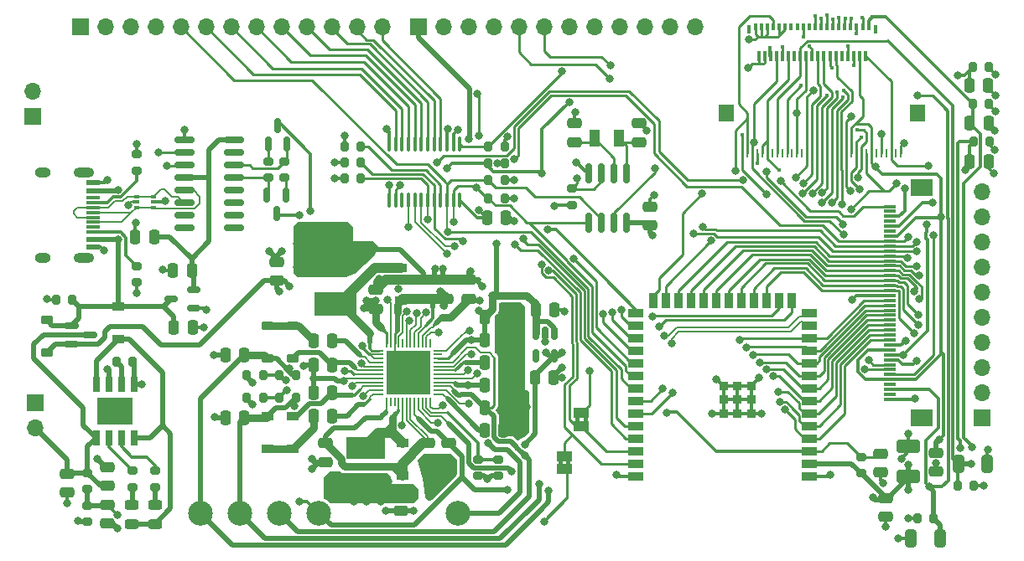
<source format=gtl>
%TF.GenerationSoftware,KiCad,Pcbnew,7.0.5-4d25ed1034~172~ubuntu22.04.1*%
%TF.CreationDate,2023-07-07T08:06:09+02:00*%
%TF.ProjectId,epaper-breakout,65706170-6572-42d6-9272-65616b6f7574,rev?*%
%TF.SameCoordinates,Original*%
%TF.FileFunction,Copper,L1,Top*%
%TF.FilePolarity,Positive*%
%FSLAX46Y46*%
G04 Gerber Fmt 4.6, Leading zero omitted, Abs format (unit mm)*
G04 Created by KiCad (PCBNEW 7.0.5-4d25ed1034~172~ubuntu22.04.1) date 2023-07-07 08:06:09*
%MOMM*%
%LPD*%
G01*
G04 APERTURE LIST*
G04 Aperture macros list*
%AMRoundRect*
0 Rectangle with rounded corners*
0 $1 Rounding radius*
0 $2 $3 $4 $5 $6 $7 $8 $9 X,Y pos of 4 corners*
0 Add a 4 corners polygon primitive as box body*
4,1,4,$2,$3,$4,$5,$6,$7,$8,$9,$2,$3,0*
0 Add four circle primitives for the rounded corners*
1,1,$1+$1,$2,$3*
1,1,$1+$1,$4,$5*
1,1,$1+$1,$6,$7*
1,1,$1+$1,$8,$9*
0 Add four rect primitives between the rounded corners*
20,1,$1+$1,$2,$3,$4,$5,0*
20,1,$1+$1,$4,$5,$6,$7,0*
20,1,$1+$1,$6,$7,$8,$9,0*
20,1,$1+$1,$8,$9,$2,$3,0*%
G04 Aperture macros list end*
%TA.AperFunction,SMDPad,CuDef*%
%ADD10RoundRect,0.200000X-0.200000X-0.275000X0.200000X-0.275000X0.200000X0.275000X-0.200000X0.275000X0*%
%TD*%
%TA.AperFunction,SMDPad,CuDef*%
%ADD11RoundRect,0.150000X0.150000X-0.587500X0.150000X0.587500X-0.150000X0.587500X-0.150000X-0.587500X0*%
%TD*%
%TA.AperFunction,SMDPad,CuDef*%
%ADD12RoundRect,0.200000X-0.275000X0.200000X-0.275000X-0.200000X0.275000X-0.200000X0.275000X0.200000X0*%
%TD*%
%TA.AperFunction,SMDPad,CuDef*%
%ADD13RoundRect,0.200000X0.275000X-0.200000X0.275000X0.200000X-0.275000X0.200000X-0.275000X-0.200000X0*%
%TD*%
%TA.AperFunction,SMDPad,CuDef*%
%ADD14RoundRect,0.150000X-0.150000X0.587500X-0.150000X-0.587500X0.150000X-0.587500X0.150000X0.587500X0*%
%TD*%
%TA.AperFunction,SMDPad,CuDef*%
%ADD15RoundRect,0.250000X0.250000X0.475000X-0.250000X0.475000X-0.250000X-0.475000X0.250000X-0.475000X0*%
%TD*%
%TA.AperFunction,SMDPad,CuDef*%
%ADD16RoundRect,0.250000X-0.475000X0.250000X-0.475000X-0.250000X0.475000X-0.250000X0.475000X0.250000X0*%
%TD*%
%TA.AperFunction,SMDPad,CuDef*%
%ADD17RoundRect,0.243750X-0.456250X0.243750X-0.456250X-0.243750X0.456250X-0.243750X0.456250X0.243750X0*%
%TD*%
%TA.AperFunction,SMDPad,CuDef*%
%ADD18RoundRect,0.250000X0.475000X-0.250000X0.475000X0.250000X-0.475000X0.250000X-0.475000X-0.250000X0*%
%TD*%
%TA.AperFunction,SMDPad,CuDef*%
%ADD19RoundRect,0.249999X0.325001X0.650001X-0.325001X0.650001X-0.325001X-0.650001X0.325001X-0.650001X0*%
%TD*%
%TA.AperFunction,SMDPad,CuDef*%
%ADD20RoundRect,0.250000X-0.250000X-0.475000X0.250000X-0.475000X0.250000X0.475000X-0.250000X0.475000X0*%
%TD*%
%TA.AperFunction,SMDPad,CuDef*%
%ADD21RoundRect,0.249999X-0.325001X-0.650001X0.325001X-0.650001X0.325001X0.650001X-0.325001X0.650001X0*%
%TD*%
%TA.AperFunction,SMDPad,CuDef*%
%ADD22RoundRect,0.200000X0.200000X0.275000X-0.200000X0.275000X-0.200000X-0.275000X0.200000X-0.275000X0*%
%TD*%
%TA.AperFunction,SMDPad,CuDef*%
%ADD23RoundRect,0.100000X-0.100000X0.637500X-0.100000X-0.637500X0.100000X-0.637500X0.100000X0.637500X0*%
%TD*%
%TA.AperFunction,SMDPad,CuDef*%
%ADD24RoundRect,0.249997X0.925003X-0.412503X0.925003X0.412503X-0.925003X0.412503X-0.925003X-0.412503X0*%
%TD*%
%TA.AperFunction,SMDPad,CuDef*%
%ADD25R,3.900000X2.200000*%
%TD*%
%TA.AperFunction,SMDPad,CuDef*%
%ADD26R,4.200000X2.400000*%
%TD*%
%TA.AperFunction,SMDPad,CuDef*%
%ADD27R,0.850000X0.200000*%
%TD*%
%TA.AperFunction,SMDPad,CuDef*%
%ADD28R,0.200000X0.850000*%
%TD*%
%TA.AperFunction,ComponentPad*%
%ADD29C,0.508000*%
%TD*%
%TA.AperFunction,SMDPad,CuDef*%
%ADD30R,4.399999X4.399999*%
%TD*%
%TA.AperFunction,SMDPad,CuDef*%
%ADD31R,1.200000X0.900000*%
%TD*%
%TA.AperFunction,SMDPad,CuDef*%
%ADD32RoundRect,0.225000X-0.375000X0.225000X-0.375000X-0.225000X0.375000X-0.225000X0.375000X0.225000X0*%
%TD*%
%TA.AperFunction,SMDPad,CuDef*%
%ADD33RoundRect,0.225000X0.375000X-0.225000X0.375000X0.225000X-0.375000X0.225000X-0.375000X-0.225000X0*%
%TD*%
%TA.AperFunction,SMDPad,CuDef*%
%ADD34C,2.500000*%
%TD*%
%TA.AperFunction,SMDPad,CuDef*%
%ADD35R,0.650000X1.500000*%
%TD*%
%TA.AperFunction,SMDPad,CuDef*%
%ADD36R,3.600000X2.700000*%
%TD*%
%TA.AperFunction,ComponentPad*%
%ADD37R,1.700000X1.700000*%
%TD*%
%TA.AperFunction,ComponentPad*%
%ADD38O,1.700000X1.700000*%
%TD*%
%TA.AperFunction,SMDPad,CuDef*%
%ADD39RoundRect,0.150000X0.512500X0.150000X-0.512500X0.150000X-0.512500X-0.150000X0.512500X-0.150000X0*%
%TD*%
%TA.AperFunction,SMDPad,CuDef*%
%ADD40R,0.500000X0.375000*%
%TD*%
%TA.AperFunction,SMDPad,CuDef*%
%ADD41R,0.650000X0.300000*%
%TD*%
%TA.AperFunction,SMDPad,CuDef*%
%ADD42R,1.300000X0.300000*%
%TD*%
%TA.AperFunction,SMDPad,CuDef*%
%ADD43R,2.200000X1.800000*%
%TD*%
%TA.AperFunction,SMDPad,CuDef*%
%ADD44RoundRect,0.150000X-0.587500X-0.150000X0.587500X-0.150000X0.587500X0.150000X-0.587500X0.150000X0*%
%TD*%
%TA.AperFunction,SMDPad,CuDef*%
%ADD45R,1.500000X1.000000*%
%TD*%
%TA.AperFunction,SMDPad,CuDef*%
%ADD46RoundRect,0.150000X-0.150000X0.825000X-0.150000X-0.825000X0.150000X-0.825000X0.150000X0.825000X0*%
%TD*%
%TA.AperFunction,SMDPad,CuDef*%
%ADD47R,0.300000X0.800000*%
%TD*%
%TA.AperFunction,SMDPad,CuDef*%
%ADD48R,0.300000X1.000000*%
%TD*%
%TA.AperFunction,SMDPad,CuDef*%
%ADD49R,0.400000X0.950000*%
%TD*%
%TA.AperFunction,SMDPad,CuDef*%
%ADD50RoundRect,0.150000X-0.150000X0.512500X-0.150000X-0.512500X0.150000X-0.512500X0.150000X0.512500X0*%
%TD*%
%TA.AperFunction,SMDPad,CuDef*%
%ADD51R,0.254000X0.812800*%
%TD*%
%TA.AperFunction,SMDPad,CuDef*%
%ADD52R,1.524000X1.701800*%
%TD*%
%TA.AperFunction,SMDPad,CuDef*%
%ADD53R,1.500000X0.900000*%
%TD*%
%TA.AperFunction,SMDPad,CuDef*%
%ADD54R,0.900000X1.500000*%
%TD*%
%TA.AperFunction,SMDPad,CuDef*%
%ADD55R,0.900000X0.900000*%
%TD*%
%TA.AperFunction,SMDPad,CuDef*%
%ADD56RoundRect,0.150000X-0.825000X-0.150000X0.825000X-0.150000X0.825000X0.150000X-0.825000X0.150000X0*%
%TD*%
%TA.AperFunction,SMDPad,CuDef*%
%ADD57R,1.450000X0.600000*%
%TD*%
%TA.AperFunction,SMDPad,CuDef*%
%ADD58R,1.450000X0.300000*%
%TD*%
%TA.AperFunction,ComponentPad*%
%ADD59O,2.100000X1.000000*%
%TD*%
%TA.AperFunction,ComponentPad*%
%ADD60O,1.600000X1.000000*%
%TD*%
%TA.AperFunction,SMDPad,CuDef*%
%ADD61R,1.000000X1.800000*%
%TD*%
%TA.AperFunction,ViaPad*%
%ADD62C,0.800000*%
%TD*%
%TA.AperFunction,ViaPad*%
%ADD63C,0.450000*%
%TD*%
%TA.AperFunction,Conductor*%
%ADD64C,1.000000*%
%TD*%
%TA.AperFunction,Conductor*%
%ADD65C,0.500000*%
%TD*%
%TA.AperFunction,Conductor*%
%ADD66C,0.300000*%
%TD*%
%TA.AperFunction,Conductor*%
%ADD67C,0.200000*%
%TD*%
%TA.AperFunction,Conductor*%
%ADD68C,0.250000*%
%TD*%
%TA.AperFunction,Conductor*%
%ADD69C,0.750000*%
%TD*%
G04 APERTURE END LIST*
%TA.AperFunction,EtchedComponent*%
G36*
X81372000Y-55622000D02*
G01*
X80972000Y-55622000D01*
X80972000Y-55122000D01*
X81372000Y-55122000D01*
X81372000Y-55622000D01*
G37*
%TD.AperFunction*%
%TA.AperFunction,EtchedComponent*%
G36*
X80572000Y-55622000D02*
G01*
X80172000Y-55622000D01*
X80172000Y-55122000D01*
X80572000Y-55122000D01*
X80572000Y-55622000D01*
G37*
%TD.AperFunction*%
%TA.AperFunction,EtchedComponent*%
G36*
X83100000Y-51250000D02*
G01*
X82700000Y-51250000D01*
X82700000Y-50750000D01*
X83100000Y-50750000D01*
X83100000Y-51250000D01*
G37*
%TD.AperFunction*%
%TA.AperFunction,EtchedComponent*%
G36*
X82300000Y-51250000D02*
G01*
X81900000Y-51250000D01*
X81900000Y-50750000D01*
X82300000Y-50750000D01*
X82300000Y-51250000D01*
G37*
%TD.AperFunction*%
D10*
X73075000Y-25100000D03*
X74725000Y-25100000D03*
D11*
X50850000Y-23162500D03*
X52750000Y-23162500D03*
X51800000Y-21287500D03*
D12*
X50900000Y-24900000D03*
X50900000Y-26550000D03*
D13*
X52500000Y-26550000D03*
X52500000Y-24900000D03*
D14*
X52650000Y-28262500D03*
X50750000Y-28262500D03*
X51700000Y-30137500D03*
D15*
X79700000Y-46800000D03*
X77800000Y-46800000D03*
D16*
X34600000Y-55800000D03*
X34600000Y-57700000D03*
D17*
X39458000Y-59662000D03*
X39458000Y-61537000D03*
D12*
X37150000Y-56175000D03*
X37150000Y-57825000D03*
X39458000Y-56175000D03*
X39458000Y-57825000D03*
D17*
X37045000Y-59662000D03*
X37045000Y-61537000D03*
D18*
X113200000Y-60850000D03*
X113200000Y-58950000D03*
X34600000Y-61500000D03*
X34600000Y-59600000D03*
D15*
X74610000Y-52070000D03*
X72710000Y-52070000D03*
D16*
X118300000Y-54350000D03*
X118300000Y-56250000D03*
D19*
X118700000Y-63000000D03*
X115750000Y-63000000D03*
D20*
X121697000Y-21030000D03*
X123597000Y-21030000D03*
D21*
X120525000Y-55500000D03*
X123475000Y-55500000D03*
D20*
X121700000Y-24957000D03*
X123600000Y-24957000D03*
D22*
X60225000Y-23400000D03*
X58575000Y-23400000D03*
D13*
X72081200Y-56671600D03*
X72081200Y-55021600D03*
D22*
X118050000Y-61000000D03*
X116400000Y-61000000D03*
D10*
X122000000Y-19100000D03*
X123650000Y-19100000D03*
X120475000Y-57700000D03*
X122125000Y-57700000D03*
X122075000Y-22925000D03*
X123725000Y-22925000D03*
D12*
X74113200Y-55021600D03*
X74113200Y-56671600D03*
D23*
X70225000Y-23100000D03*
X69575000Y-23100000D03*
X68925000Y-23100000D03*
X68275000Y-23100000D03*
X67625000Y-23100000D03*
X66975000Y-23100000D03*
X66325000Y-23100000D03*
X65675000Y-23100000D03*
X65025000Y-23100000D03*
X64375000Y-23100000D03*
X63725000Y-23100000D03*
X63075000Y-23100000D03*
X63075000Y-28825000D03*
X63725000Y-28825000D03*
X64375000Y-28825000D03*
X65025000Y-28825000D03*
X65675000Y-28825000D03*
X66325000Y-28825000D03*
X66975000Y-28825000D03*
X67625000Y-28825000D03*
X68275000Y-28825000D03*
X68925000Y-28825000D03*
X69575000Y-28825000D03*
X70225000Y-28825000D03*
D16*
X71120000Y-36896000D03*
X71120000Y-38796000D03*
D24*
X115500000Y-56737500D03*
X115500000Y-53662500D03*
D20*
X72710000Y-40640000D03*
X74610000Y-40640000D03*
D22*
X53657000Y-46482000D03*
X52007000Y-46482000D03*
D25*
X60706000Y-57653000D03*
X60706000Y-53853000D03*
D26*
X57658000Y-39334000D03*
X57658000Y-34834000D03*
D22*
X50355000Y-48768000D03*
X48705000Y-48768000D03*
X53657000Y-48768000D03*
X52007000Y-48768000D03*
X50355000Y-46482000D03*
X48705000Y-46482000D03*
D18*
X64262000Y-60259000D03*
X64262000Y-58359000D03*
X69088000Y-55306000D03*
X69088000Y-53406000D03*
D15*
X57338000Y-45466000D03*
X55438000Y-45466000D03*
D20*
X55438000Y-48260000D03*
X57338000Y-48260000D03*
D16*
X112700000Y-54450000D03*
X112700000Y-56350000D03*
D27*
X67999000Y-48428001D03*
X67999000Y-48027999D03*
X67999000Y-47628000D03*
X67999000Y-47228001D03*
X67999000Y-46827999D03*
X67999000Y-46428000D03*
X67999000Y-46028000D03*
X67999000Y-45628001D03*
X67999000Y-45227999D03*
X67999000Y-44828000D03*
X67999000Y-44428001D03*
X67999000Y-44027999D03*
D28*
X67224001Y-43253000D03*
X66823999Y-43253000D03*
X66424000Y-43253000D03*
X66024001Y-43253000D03*
X65623999Y-43253000D03*
X65224000Y-43253000D03*
X64824000Y-43253000D03*
X64424001Y-43253000D03*
X64023999Y-43253000D03*
X63624000Y-43253000D03*
X63224001Y-43253000D03*
X62823999Y-43253000D03*
D27*
X62049000Y-44027999D03*
X62049000Y-44428001D03*
X62049000Y-44828000D03*
X62049000Y-45227999D03*
X62049000Y-45628001D03*
X62049000Y-46028000D03*
X62049000Y-46428000D03*
X62049000Y-46827999D03*
X62049000Y-47228001D03*
X62049000Y-47628000D03*
X62049000Y-48027999D03*
X62049000Y-48428001D03*
D28*
X62823999Y-49203000D03*
X63224001Y-49203000D03*
X63624000Y-49203000D03*
X64023999Y-49203000D03*
X64424001Y-49203000D03*
X64824000Y-49203000D03*
X65224000Y-49203000D03*
X65623999Y-49203000D03*
X66024001Y-49203000D03*
X66424000Y-49203000D03*
X66823999Y-49203000D03*
X67224001Y-49203000D03*
D29*
X66598800Y-47802800D03*
X66598800Y-47015400D03*
X66598800Y-46228000D03*
X66598800Y-45440600D03*
X66598800Y-44653200D03*
X65811400Y-47802800D03*
X65811400Y-47015400D03*
X65811400Y-46228000D03*
X65811400Y-45440600D03*
X65811400Y-44653200D03*
X65024000Y-47802800D03*
X65024000Y-47015400D03*
X65024000Y-46228000D03*
D30*
X65024000Y-46228000D03*
D29*
X65024000Y-45440600D03*
X65024000Y-44653200D03*
X64236600Y-47802800D03*
X64236600Y-47015400D03*
X64236600Y-46228000D03*
X64236600Y-45440600D03*
X64236600Y-44653200D03*
X63449200Y-47802800D03*
X63449200Y-47015400D03*
X63449200Y-46228000D03*
X63449200Y-45440600D03*
X63449200Y-44653200D03*
D15*
X74610000Y-49784000D03*
X72710000Y-49784000D03*
D18*
X61722000Y-39812000D03*
X61722000Y-37912000D03*
D15*
X74610000Y-42926000D03*
X72710000Y-42926000D03*
D31*
X50800000Y-50674000D03*
X50800000Y-53974000D03*
X53340000Y-53974000D03*
X53340000Y-50674000D03*
D32*
X50800000Y-41530000D03*
X50800000Y-44830000D03*
D33*
X53340000Y-44830000D03*
X53340000Y-41530000D03*
D20*
X46548000Y-44450000D03*
X48448000Y-44450000D03*
D18*
X66548000Y-38796000D03*
X66548000Y-36896000D03*
D20*
X72710000Y-47498000D03*
X74610000Y-47498000D03*
X55438000Y-43053000D03*
X57338000Y-43053000D03*
D18*
X68834000Y-38796000D03*
X68834000Y-36896000D03*
D20*
X55438000Y-50673000D03*
X57338000Y-50673000D03*
D15*
X48448000Y-50800000D03*
X46548000Y-50800000D03*
X74610000Y-45224700D03*
X72710000Y-45224700D03*
D18*
X66929000Y-55306000D03*
X66929000Y-53406000D03*
D31*
X64389000Y-56641000D03*
X64389000Y-53341000D03*
D20*
X77850000Y-39900000D03*
X79750000Y-39900000D03*
X121650000Y-17221000D03*
X123550000Y-17221000D03*
D10*
X122000000Y-15321000D03*
X123650000Y-15321000D03*
D31*
X64262000Y-35688000D03*
X64262000Y-38988000D03*
D12*
X32621000Y-59675000D03*
X32621000Y-61325000D03*
X32621000Y-56401000D03*
X32621000Y-58051000D03*
D16*
X51750000Y-35050000D03*
X51750000Y-36950000D03*
D18*
X56642000Y-55306000D03*
X56642000Y-53406000D03*
D34*
X52000000Y-60500000D03*
X44000000Y-60500000D03*
X56000000Y-60500000D03*
X70000000Y-60500000D03*
D20*
X72950000Y-30600000D03*
X74850000Y-30600000D03*
D12*
X110700000Y-54775000D03*
X110700000Y-56425000D03*
D22*
X74725000Y-28600000D03*
X73075000Y-28600000D03*
X74725000Y-26800000D03*
X73075000Y-26800000D03*
D10*
X58575000Y-26600000D03*
X60225000Y-26600000D03*
X58575000Y-25000000D03*
X60225000Y-25000000D03*
D34*
X48000000Y-60500000D03*
D35*
X37305000Y-47441000D03*
X36035000Y-47441000D03*
X34765000Y-47441000D03*
X33495000Y-47441000D03*
X33495000Y-52841000D03*
X34765000Y-52841000D03*
X36035000Y-52841000D03*
X37305000Y-52841000D03*
D36*
X35400000Y-50141000D03*
D31*
X35700000Y-42850000D03*
X35700000Y-39550000D03*
D22*
X37175000Y-45150000D03*
X35525000Y-45150000D03*
D37*
X27350000Y-49275000D03*
D38*
X27350000Y-51815000D03*
D39*
X43337500Y-39750000D03*
X43337500Y-37850000D03*
X41062500Y-38800000D03*
D40*
X37550000Y-28462500D03*
D41*
X37475000Y-29000000D03*
D40*
X37550000Y-29537500D03*
X39250000Y-29537500D03*
D41*
X39325000Y-29000000D03*
D40*
X39250000Y-28462500D03*
D42*
X113600000Y-48950000D03*
X113600000Y-48450000D03*
X113600000Y-47950000D03*
X113600000Y-47450000D03*
X113600000Y-46950000D03*
X113600000Y-46450000D03*
X113600000Y-45950000D03*
X113600000Y-45450000D03*
X113600000Y-44950000D03*
X113600000Y-44450000D03*
X113600000Y-43950000D03*
X113600000Y-43450000D03*
X113600000Y-42950000D03*
X113600000Y-42450000D03*
X113600000Y-41950000D03*
X113600000Y-41450000D03*
X113600000Y-40950000D03*
X113600000Y-40450000D03*
X113600000Y-39950000D03*
X113600000Y-39450000D03*
X113600000Y-38950000D03*
X113600000Y-38450000D03*
X113600000Y-37950000D03*
X113600000Y-37450000D03*
X113600000Y-36950000D03*
X113600000Y-36450000D03*
X113600000Y-35950000D03*
X113600000Y-35450000D03*
X113600000Y-34950000D03*
X113600000Y-34450000D03*
X113600000Y-33950000D03*
X113600000Y-33450000D03*
X113600000Y-32950000D03*
X113600000Y-32450000D03*
X113600000Y-31950000D03*
X113600000Y-31450000D03*
X113600000Y-30950000D03*
X113600000Y-30450000D03*
X113600000Y-29950000D03*
X113600000Y-29450000D03*
D43*
X116850000Y-50850000D03*
X116850000Y-27550000D03*
D20*
X37450000Y-32500000D03*
X39350000Y-32500000D03*
D44*
X31012500Y-41500000D03*
X31012500Y-43400000D03*
X32887500Y-42450000D03*
D45*
X80772000Y-54722000D03*
X80772000Y-56022000D03*
D16*
X88300000Y-21050000D03*
X88300000Y-22950000D03*
D37*
X27100000Y-20375000D03*
D38*
X27100000Y-17835000D03*
D46*
X87055000Y-26125000D03*
X85785000Y-26125000D03*
X84515000Y-26125000D03*
X83245000Y-26125000D03*
X83245000Y-31075000D03*
X84515000Y-31075000D03*
X85785000Y-31075000D03*
X87055000Y-31075000D03*
D13*
X37600000Y-25825000D03*
X37600000Y-24175000D03*
D47*
X111470000Y-11245000D03*
D48*
X111170000Y-14245000D03*
D47*
X110870000Y-11245000D03*
D48*
X110570000Y-14245000D03*
D47*
X110270000Y-11245000D03*
D48*
X109970000Y-14245000D03*
D47*
X109670000Y-11245000D03*
D48*
X109370000Y-14245000D03*
D47*
X109070000Y-11245000D03*
D48*
X108770000Y-14245000D03*
D47*
X108470000Y-11245000D03*
D48*
X108170000Y-14245000D03*
D47*
X107870000Y-11245000D03*
D48*
X107570000Y-14245000D03*
D47*
X107270000Y-11245000D03*
D48*
X106970000Y-14245000D03*
D47*
X106670000Y-11245000D03*
D48*
X106370000Y-14245000D03*
D47*
X106070000Y-11245000D03*
D48*
X105770000Y-14245000D03*
D47*
X105470000Y-11245000D03*
D48*
X105170000Y-14245000D03*
D47*
X104870000Y-11245000D03*
D48*
X104570000Y-14245000D03*
D47*
X104270000Y-11245000D03*
D48*
X103970000Y-14245000D03*
D47*
X103670000Y-11245000D03*
D48*
X103370000Y-14245000D03*
D47*
X103070000Y-11245000D03*
D48*
X102770000Y-14245000D03*
D47*
X102470000Y-11245000D03*
D48*
X102170000Y-14245000D03*
D47*
X101870000Y-11245000D03*
D48*
X101570000Y-14245000D03*
D47*
X101270000Y-11245000D03*
D48*
X100970000Y-14245000D03*
D47*
X100670000Y-11245000D03*
D48*
X100370000Y-14245000D03*
D47*
X100070000Y-11245000D03*
D49*
X112170000Y-11520000D03*
X99370000Y-11520000D03*
D22*
X31075000Y-38900000D03*
X29425000Y-38900000D03*
X74725000Y-23350000D03*
X73075000Y-23350000D03*
D50*
X79750000Y-42262500D03*
X78800000Y-42262500D03*
X77850000Y-42262500D03*
X77850000Y-44537500D03*
X79750000Y-44537500D03*
D51*
X114750000Y-24048900D03*
X114250001Y-24048900D03*
X113750000Y-24048900D03*
X113250001Y-24048900D03*
X112749999Y-24048900D03*
X112250000Y-24048900D03*
X111750001Y-24048900D03*
X111250000Y-24048900D03*
X110750001Y-24048900D03*
X110249999Y-24048900D03*
X109750000Y-24048900D03*
X109250001Y-24048900D03*
X108750000Y-24048900D03*
X108250001Y-24048900D03*
X107749999Y-24048900D03*
X107250000Y-24048900D03*
X106750001Y-24048900D03*
X106249999Y-24048900D03*
X105750000Y-24048900D03*
X105250001Y-24048900D03*
X104750000Y-24048900D03*
X104250001Y-24048900D03*
X103749999Y-24048900D03*
X103250000Y-24048900D03*
X102750001Y-24048900D03*
X102250000Y-24048900D03*
X101750001Y-24048900D03*
X101249999Y-24048900D03*
X100750000Y-24048900D03*
X100250001Y-24048900D03*
X99750000Y-24048900D03*
X99250001Y-24048900D03*
X98749999Y-24048900D03*
D52*
X97098001Y-20035700D03*
X116402001Y-20035700D03*
D16*
X81800000Y-21050000D03*
X81800000Y-22950000D03*
D12*
X81500000Y-27650000D03*
X81500000Y-29300000D03*
D15*
X43250000Y-41700000D03*
X41350000Y-41700000D03*
D18*
X30600000Y-58400000D03*
X30600000Y-56500000D03*
D45*
X82500000Y-50350000D03*
X82500000Y-51650000D03*
D37*
X122936000Y-50800000D03*
D38*
X122936000Y-48260000D03*
X122936000Y-45720000D03*
X122936000Y-43180000D03*
X122936000Y-40640000D03*
X122936000Y-38100000D03*
X122936000Y-35560000D03*
X122936000Y-33020000D03*
X122936000Y-30480000D03*
X122936000Y-27940000D03*
D12*
X37600000Y-35475000D03*
X37600000Y-37125000D03*
D37*
X66000000Y-11300000D03*
D38*
X68540000Y-11300000D03*
X71080000Y-11300000D03*
X73620000Y-11300000D03*
X76160000Y-11300000D03*
X78700000Y-11300000D03*
X81240000Y-11300000D03*
X83780000Y-11300000D03*
X86320000Y-11300000D03*
X88860000Y-11300000D03*
X91400000Y-11300000D03*
X93940000Y-11300000D03*
D53*
X105475000Y-56710000D03*
X105475000Y-55440000D03*
X105475000Y-54170000D03*
X105475000Y-52900000D03*
X105475000Y-51630000D03*
X105475000Y-50360000D03*
X105475000Y-49090000D03*
X105475000Y-47820000D03*
X105475000Y-46550000D03*
X105475000Y-45280000D03*
X105475000Y-44010000D03*
X105475000Y-42740000D03*
X105475000Y-41470000D03*
X105475000Y-40200000D03*
D54*
X103710000Y-38950000D03*
X102440000Y-38950000D03*
X101170000Y-38950000D03*
X99900000Y-38950000D03*
X98630000Y-38950000D03*
X97360000Y-38950000D03*
X96090000Y-38950000D03*
X94820000Y-38950000D03*
X93550000Y-38950000D03*
X92280000Y-38950000D03*
X91010000Y-38950000D03*
X89740000Y-38950000D03*
D53*
X87975000Y-40200000D03*
X87975000Y-41470000D03*
X87975000Y-42740000D03*
X87975000Y-44010000D03*
X87975000Y-45280000D03*
X87975000Y-46550000D03*
X87975000Y-47820000D03*
X87975000Y-49090000D03*
X87975000Y-50360000D03*
X87975000Y-51630000D03*
X87975000Y-52900000D03*
X87975000Y-54170000D03*
X87975000Y-55440000D03*
X87975000Y-56710000D03*
D55*
X99625000Y-50390000D03*
X99625000Y-48990000D03*
X99625000Y-47590000D03*
X98225000Y-50390000D03*
X98225000Y-48990000D03*
X98225000Y-47590000D03*
X96825000Y-50390000D03*
X96825000Y-48990000D03*
X96825000Y-47590000D03*
D37*
X31875000Y-11300000D03*
D38*
X34415000Y-11300000D03*
X36955000Y-11300000D03*
X39495000Y-11300000D03*
X42035000Y-11300000D03*
X44575000Y-11300000D03*
X47115000Y-11300000D03*
X49655000Y-11300000D03*
X52195000Y-11300000D03*
X54735000Y-11300000D03*
X57275000Y-11300000D03*
X59815000Y-11300000D03*
X62355000Y-11300000D03*
D16*
X89400000Y-29450000D03*
X89400000Y-31350000D03*
D56*
X42425000Y-22755000D03*
X42425000Y-24025000D03*
X42425000Y-25295000D03*
X42425000Y-26565000D03*
X42425000Y-27835000D03*
X42425000Y-29105000D03*
X42425000Y-30375000D03*
X42425000Y-31645000D03*
X47375000Y-31645000D03*
X47375000Y-30375000D03*
X47375000Y-29105000D03*
X47375000Y-27835000D03*
X47375000Y-26565000D03*
X47375000Y-25295000D03*
X47375000Y-24025000D03*
X47375000Y-22755000D03*
D57*
X33185000Y-27050000D03*
X33185000Y-27850000D03*
D58*
X33185000Y-29050000D03*
X33185000Y-30050000D03*
X33185000Y-30550000D03*
X33185000Y-31550000D03*
D57*
X33185000Y-32750000D03*
X33185000Y-33550000D03*
X33185000Y-33550000D03*
X33185000Y-32750000D03*
D58*
X33185000Y-32050000D03*
X33185000Y-31050000D03*
X33185000Y-29550000D03*
X33185000Y-28550000D03*
D57*
X33185000Y-27850000D03*
X33185000Y-27050000D03*
D59*
X32270000Y-25980000D03*
D60*
X28090000Y-25980000D03*
D59*
X32270000Y-34620000D03*
D60*
X28090000Y-34620000D03*
D20*
X41250000Y-35900000D03*
X43150000Y-35900000D03*
D33*
X28500000Y-44250000D03*
X28500000Y-40950000D03*
D61*
X86300000Y-22550000D03*
X83800000Y-22550000D03*
D62*
X112900000Y-57400000D03*
X68959500Y-21600000D03*
X68658999Y-56500000D03*
D63*
X109350000Y-13210000D03*
D62*
X76000000Y-48750000D03*
X70000000Y-21700000D03*
X34600000Y-26800000D03*
X61200000Y-33400000D03*
X37600000Y-38200000D03*
X115200000Y-43000000D03*
X76000000Y-44250000D03*
X70993000Y-46022000D03*
X81900000Y-19900000D03*
X67750000Y-35750000D03*
X65500000Y-60250000D03*
X37500000Y-31100000D03*
X68072000Y-42164000D03*
X28500000Y-38800000D03*
X74500000Y-46250000D03*
X58800000Y-32000000D03*
X71374000Y-44402000D03*
X89100000Y-21800000D03*
X68500000Y-35750000D03*
X124300000Y-19800000D03*
X40200000Y-35800000D03*
X89800000Y-28300000D03*
X124200000Y-21800000D03*
X115500000Y-52400000D03*
X78800000Y-43100000D03*
X58600000Y-22300000D03*
X76000000Y-39750000D03*
X54400000Y-32000000D03*
X30600000Y-59500000D03*
D63*
X105480000Y-13260000D03*
D62*
X33650000Y-55000000D03*
X100400000Y-46800000D03*
X45400000Y-44500000D03*
X67250000Y-58500000D03*
X54396686Y-45604099D03*
X81995500Y-25000000D03*
X123500000Y-54000000D03*
X57800000Y-31400000D03*
X118300000Y-55409500D03*
X99360000Y-12554502D03*
X114771491Y-54975564D03*
X55250000Y-55000000D03*
X56800000Y-32000000D03*
X99350000Y-15440000D03*
X44600000Y-39900000D03*
X36708582Y-29308012D03*
X77000000Y-49750000D03*
X68451743Y-49531257D03*
X55438000Y-46812000D03*
X124300000Y-18200000D03*
X80540000Y-46750000D03*
X67944000Y-55306000D03*
X107600000Y-56600000D03*
X80500000Y-45750000D03*
X100700000Y-50400000D03*
X62800000Y-21600000D03*
X53800000Y-35600000D03*
X73000000Y-57040000D03*
X86000000Y-56600000D03*
X58496777Y-47094403D03*
X54400000Y-34400000D03*
X115500000Y-61000000D03*
X66750000Y-56500000D03*
X123100000Y-57700000D03*
X76000000Y-46500000D03*
X52250000Y-34000000D03*
X109800000Y-38900000D03*
X55250000Y-56000000D03*
X31650000Y-61250000D03*
D63*
X110860000Y-10360000D03*
D62*
X64367281Y-51584663D03*
X49250000Y-49500000D03*
X113200000Y-61800000D03*
X116300000Y-45100000D03*
X124100000Y-26100000D03*
X45500000Y-50750000D03*
X42400000Y-21700000D03*
X60600000Y-34600000D03*
X67750000Y-57500000D03*
X64000000Y-37750000D03*
X67604000Y-36896000D03*
D63*
X109090000Y-10440000D03*
D62*
X72500000Y-37500000D03*
X55600000Y-31400000D03*
X124300000Y-16100000D03*
X114500000Y-63000000D03*
X95700000Y-50400000D03*
X37600000Y-23100000D03*
X112740000Y-22110000D03*
X35650000Y-62000000D03*
X75705500Y-30934015D03*
X34300000Y-33900000D03*
D63*
X102750000Y-13350000D03*
D62*
X124200000Y-23700000D03*
X62015534Y-36765534D03*
X80800000Y-40100000D03*
X63854000Y-36896000D03*
X44400000Y-41700000D03*
X53800000Y-33200000D03*
X34600000Y-45900000D03*
X62750000Y-60250000D03*
X51000000Y-34000000D03*
X74500000Y-48500000D03*
X76000000Y-42000000D03*
X96100000Y-46900000D03*
X38100000Y-47400000D03*
X74250000Y-44000000D03*
X49250000Y-47250000D03*
X71300000Y-36000000D03*
X76000000Y-50500000D03*
X116430000Y-18260000D03*
X60452000Y-48641000D03*
X117600000Y-57800000D03*
X53500000Y-49663998D03*
D63*
X104620000Y-17250000D03*
X104890000Y-12320000D03*
D62*
X78200000Y-57500000D03*
X121800000Y-55500000D03*
X53000000Y-45840002D03*
X116200000Y-48900000D03*
X60276746Y-45337029D03*
X79200000Y-58200000D03*
X115111595Y-27645000D03*
X115050000Y-23040000D03*
D63*
X111820000Y-10310000D03*
D62*
X76769806Y-54625000D03*
X121900000Y-53800000D03*
X120709500Y-53900000D03*
X117510000Y-25320000D03*
X75000000Y-58100000D03*
X54000000Y-59250000D03*
X121200000Y-25800000D03*
X65123990Y-41021000D03*
X117900000Y-29100000D03*
X91100000Y-50300000D03*
X55151693Y-29951693D03*
D63*
X109730000Y-10400000D03*
D62*
X110600000Y-27700000D03*
D63*
X110720000Y-22430000D03*
D62*
X75700000Y-24700000D03*
X115500000Y-32500000D03*
X63100000Y-27284500D03*
X114954092Y-44450000D03*
X117334015Y-31265985D03*
X72250000Y-39000000D03*
X120490000Y-16170000D03*
X73091535Y-53390500D03*
X104260000Y-19980000D03*
X98815631Y-26784369D03*
X64200000Y-27300000D03*
X118000000Y-32400000D03*
X67900000Y-25000000D03*
D63*
X102420000Y-25800000D03*
D62*
X39800000Y-24000000D03*
X76600000Y-32700000D03*
X40600000Y-25300000D03*
X75800000Y-33300000D03*
D63*
X100280000Y-25070000D03*
D62*
X118600000Y-53000000D03*
X118790500Y-30500000D03*
X112150000Y-25420000D03*
X75448895Y-56250000D03*
X35700000Y-27800000D03*
X40466337Y-28866337D03*
X35700000Y-32800000D03*
X35633940Y-60664443D03*
X78740000Y-61300000D03*
X111500000Y-45000000D03*
X94690000Y-28160000D03*
X108929797Y-32265500D03*
X99940000Y-23010000D03*
X68250000Y-38000000D03*
X70993000Y-47498000D03*
X60326257Y-43559743D03*
X68540000Y-39451000D03*
X72000000Y-18100000D03*
X69598307Y-31001693D03*
X72100000Y-22300000D03*
X65827661Y-40227659D03*
X71900000Y-27500000D03*
X66795248Y-40192747D03*
X69000000Y-32000000D03*
X67000000Y-30800000D03*
X62927794Y-38873237D03*
X70513656Y-32991465D03*
X71100000Y-49400000D03*
X80500000Y-15784500D03*
X81700000Y-34700000D03*
X71967629Y-46342244D03*
X69700000Y-33500000D03*
X68900000Y-34200000D03*
X71197092Y-41985670D03*
X64876356Y-40094004D03*
X65000000Y-31500000D03*
X73500000Y-38500000D03*
X71387944Y-42926000D03*
X65500000Y-58250000D03*
X60750000Y-39000000D03*
X57000000Y-57000000D03*
X72092259Y-39946447D03*
X59500000Y-59250000D03*
X58250000Y-59000000D03*
X71100000Y-22600000D03*
X60500000Y-39750000D03*
X73900000Y-33200000D03*
X58250000Y-57000000D03*
X62250000Y-59250000D03*
X58250000Y-58000000D03*
X63000000Y-58500000D03*
X52000000Y-38000000D03*
X61750000Y-39000000D03*
X53000000Y-37500000D03*
X57000000Y-58000000D03*
X63000000Y-57250000D03*
X60750000Y-59250000D03*
X78900000Y-44200000D03*
X67945000Y-51333000D03*
X76750000Y-53500000D03*
X57600000Y-25000000D03*
X57600000Y-26600000D03*
X89684500Y-32400000D03*
X75700000Y-28600000D03*
X75705500Y-26800000D03*
X115477597Y-58122403D03*
X80500000Y-44200000D03*
X72100000Y-29800000D03*
X79715500Y-29400000D03*
X74034500Y-25100000D03*
X111900000Y-58900000D03*
X75000000Y-22400000D03*
X115500000Y-55600000D03*
X101200000Y-28200000D03*
D63*
X98720000Y-22200000D03*
D62*
X102600000Y-26900000D03*
D63*
X101550000Y-13390000D03*
D62*
X91571232Y-43271232D03*
X90828768Y-42528768D03*
X78459500Y-35300000D03*
X79173237Y-35941268D03*
X89700000Y-40600000D03*
X85400000Y-15200000D03*
X84680970Y-40356952D03*
X85616735Y-40144850D03*
X86548734Y-39916764D03*
X89900000Y-25600000D03*
X82000000Y-26600000D03*
X83300000Y-46090500D03*
X54000000Y-30300000D03*
X79100000Y-31784500D03*
X68900000Y-25600000D03*
X81280000Y-18874500D03*
X78500000Y-26100000D03*
X108900179Y-31267852D03*
X98050000Y-25860000D03*
X111100000Y-45900000D03*
X101190000Y-25955000D03*
X95600000Y-32900000D03*
X109700000Y-29700000D03*
D63*
X110270000Y-11980000D03*
D62*
X114312758Y-27112588D03*
X103000000Y-50000000D03*
X102491465Y-49186344D03*
X108800000Y-29200000D03*
X102392974Y-48231910D03*
X107736233Y-29095737D03*
D63*
X108970000Y-17760000D03*
X107870000Y-10510000D03*
X108840000Y-18410000D03*
D62*
X101871500Y-46569000D03*
X106777322Y-29062072D03*
D63*
X107770000Y-15460000D03*
D62*
X101187000Y-45884500D03*
X106787116Y-28084247D03*
D63*
X107290000Y-10130000D03*
X108300000Y-17930000D03*
D62*
X105812480Y-28090853D03*
X100502500Y-45202500D03*
D63*
X107240000Y-18190000D03*
D62*
X104842351Y-28092952D03*
X99818000Y-44482000D03*
D63*
X106650000Y-10400000D03*
D62*
X104864218Y-27102348D03*
X99125000Y-43675000D03*
X105900000Y-17690000D03*
X98440500Y-42966421D03*
X104130116Y-26484500D03*
D63*
X106060000Y-10150000D03*
D62*
X116100000Y-42300000D03*
X116500000Y-41400000D03*
X116500000Y-40400000D03*
X116115500Y-38000548D03*
X116615500Y-38819475D03*
X116615500Y-36390646D03*
X116300000Y-35484500D03*
X115418078Y-34684500D03*
D63*
X108470000Y-10330000D03*
D62*
X116300000Y-34000000D03*
X109660982Y-27897208D03*
X109760000Y-20340000D03*
X90700000Y-47900000D03*
X93800000Y-32200000D03*
D63*
X110320000Y-21700000D03*
D62*
X94700000Y-31500000D03*
X116315632Y-33015632D03*
D63*
X110020000Y-15200000D03*
D62*
X91650000Y-48250000D03*
X110434500Y-26484500D03*
X58601000Y-46101000D03*
X52629276Y-47047619D03*
X52750000Y-48000000D03*
X59314705Y-47596994D03*
X90300000Y-41600000D03*
X85300000Y-16500000D03*
D64*
X63854000Y-36896000D02*
X67604000Y-36896000D01*
X67604000Y-36896000D02*
X71120000Y-36896000D01*
D65*
X67944000Y-55306000D02*
X69088000Y-55306000D01*
X66548000Y-36185998D02*
X66548000Y-36896000D01*
D66*
X99625000Y-50390000D02*
X100690000Y-50390000D01*
X118300000Y-56250000D02*
X118300000Y-55409500D01*
X123475000Y-55500000D02*
X123475000Y-54025000D01*
D67*
X67287999Y-42164000D02*
X68072000Y-42164000D01*
D65*
X56642000Y-55306000D02*
X55944000Y-55306000D01*
X66929000Y-55306000D02*
X66929000Y-56321000D01*
D68*
X112749999Y-22119999D02*
X112740000Y-22110000D01*
D67*
X66823999Y-43253000D02*
X66823999Y-42628000D01*
D68*
X100290000Y-12290000D02*
X100025498Y-12554502D01*
D66*
X123650000Y-19150000D02*
X124300000Y-19800000D01*
D67*
X67224001Y-49686872D02*
X67448129Y-49911000D01*
D66*
X79750000Y-39900000D02*
X80600000Y-39900000D01*
D68*
X101020000Y-12290000D02*
X101270000Y-12040000D01*
D66*
X33185000Y-27050000D02*
X34350000Y-27050000D01*
X37450000Y-31150000D02*
X37500000Y-31100000D01*
X115750000Y-63000000D02*
X114500000Y-63000000D01*
D65*
X71120000Y-36896000D02*
X72104000Y-36896000D01*
X48705000Y-48768000D02*
X48705000Y-48955000D01*
D66*
X107490000Y-56710000D02*
X107600000Y-56600000D01*
D65*
X45550000Y-50800000D02*
X45500000Y-50750000D01*
X72631600Y-56671600D02*
X73000000Y-57040000D01*
X31725000Y-61325000D02*
X31650000Y-61250000D01*
X61200000Y-33400000D02*
X61610010Y-33810010D01*
X51750000Y-35050000D02*
X51750000Y-34750000D01*
X79700000Y-46800000D02*
X80490000Y-46800000D01*
X34450000Y-55800000D02*
X33650000Y-55000000D01*
D68*
X102330000Y-12290000D02*
X102470000Y-12150000D01*
X100970000Y-14910000D02*
X100970000Y-14245000D01*
D66*
X86110000Y-56710000D02*
X86000000Y-56600000D01*
D67*
X67448129Y-49911000D02*
X68072000Y-49911000D01*
D65*
X64262000Y-60259000D02*
X62759000Y-60259000D01*
D67*
X58763181Y-46827999D02*
X58496777Y-47094403D01*
D66*
X96825000Y-48990000D02*
X99625000Y-48990000D01*
X74850000Y-30600000D02*
X75371485Y-30600000D01*
D65*
X55438000Y-48260000D02*
X55438000Y-46812000D01*
D66*
X123550000Y-17450000D02*
X124300000Y-18200000D01*
X96825000Y-50390000D02*
X96825000Y-47590000D01*
X96825000Y-47590000D02*
X99625000Y-47590000D01*
X100690000Y-50390000D02*
X100700000Y-50400000D01*
X89400000Y-29450000D02*
X89400000Y-28700000D01*
X98225000Y-50390000D02*
X98225000Y-47590000D01*
D68*
X100025498Y-12554502D02*
X99360000Y-12554502D01*
D65*
X55438000Y-45466000D02*
X54534785Y-45466000D01*
D68*
X112749999Y-24048900D02*
X112749999Y-22119999D01*
D67*
X64434009Y-49213008D02*
X64434009Y-51517935D01*
D66*
X123725000Y-23225000D02*
X124200000Y-23700000D01*
X43337500Y-39750000D02*
X44450000Y-39750000D01*
X58575000Y-22325000D02*
X58600000Y-22300000D01*
D65*
X69088000Y-56070999D02*
X68658999Y-56500000D01*
D66*
X42425000Y-21725000D02*
X42400000Y-21700000D01*
D65*
X66929000Y-56321000D02*
X66750000Y-56500000D01*
X71120000Y-36180000D02*
X71120000Y-36896000D01*
X54534785Y-45466000D02*
X54396686Y-45604099D01*
D66*
X95710000Y-50390000D02*
X95700000Y-50400000D01*
X68925000Y-21634500D02*
X68959500Y-21600000D01*
D65*
X68500000Y-36562000D02*
X68834000Y-36896000D01*
X34600000Y-55800000D02*
X34450000Y-55800000D01*
D68*
X105770000Y-14245000D02*
X105770000Y-13550000D01*
D65*
X73000000Y-57040000D02*
X73053200Y-57040000D01*
D68*
X99770000Y-15020000D02*
X99350000Y-15440000D01*
D65*
X51750000Y-34750000D02*
X51000000Y-34000000D01*
D66*
X112700000Y-57200000D02*
X112900000Y-57400000D01*
D67*
X70827737Y-44402000D02*
X71374000Y-44402000D01*
D65*
X73053200Y-57040000D02*
X73421600Y-56671600D01*
D66*
X115500000Y-54247055D02*
X114771491Y-54975564D01*
D68*
X102770000Y-14245000D02*
X102770000Y-13370000D01*
D66*
X88300000Y-21050000D02*
X88350000Y-21050000D01*
X123650000Y-15450000D02*
X124300000Y-16100000D01*
D68*
X109070000Y-10460000D02*
X109090000Y-10440000D01*
X102470000Y-12150000D02*
X102470000Y-11245000D01*
D66*
X115500000Y-52400000D02*
X115500000Y-53662500D01*
D65*
X55944000Y-55306000D02*
X55250000Y-56000000D01*
X66929000Y-55306000D02*
X67944000Y-55306000D01*
X55438000Y-46812000D02*
X55438000Y-45466000D01*
D66*
X41250000Y-35900000D02*
X40300000Y-35900000D01*
X75371485Y-30600000D02*
X75705500Y-30934015D01*
D68*
X101020000Y-12290000D02*
X102330000Y-12290000D01*
D65*
X61722000Y-37059068D02*
X62015534Y-36765534D01*
X48705000Y-46482000D02*
X48705000Y-46705000D01*
X51750000Y-34500000D02*
X52250000Y-34000000D01*
D66*
X99625000Y-50390000D02*
X96825000Y-50390000D01*
D65*
X71120000Y-36896000D02*
X71896000Y-36896000D01*
X34600000Y-61500000D02*
X35150000Y-61500000D01*
D68*
X100290000Y-12290000D02*
X100670000Y-12290000D01*
D65*
X48705000Y-48955000D02*
X49250000Y-49500000D01*
D64*
X61722000Y-37912000D02*
X62738000Y-36896000D01*
D65*
X79700000Y-46800000D02*
X79700000Y-46550000D01*
D66*
X68925000Y-23100000D02*
X68925000Y-21634500D01*
X69575000Y-23100000D02*
X69575000Y-22125000D01*
D65*
X69088000Y-55306000D02*
X69088000Y-56070999D01*
D68*
X100370000Y-15020000D02*
X100860000Y-15020000D01*
D66*
X33950000Y-33550000D02*
X34300000Y-33900000D01*
D65*
X71896000Y-36896000D02*
X72500000Y-37500000D01*
D68*
X100670000Y-12290000D02*
X101020000Y-12290000D01*
D64*
X62738000Y-36896000D02*
X63854000Y-36896000D01*
D66*
X88350000Y-21050000D02*
X89100000Y-21800000D01*
X123597000Y-21197000D02*
X124200000Y-21800000D01*
D68*
X110870000Y-11245000D02*
X110870000Y-10370000D01*
D67*
X37016594Y-29000000D02*
X36708582Y-29308012D01*
D66*
X63075000Y-23100000D02*
X63075000Y-21875000D01*
D68*
X102770000Y-13370000D02*
X102750000Y-13350000D01*
D65*
X67604000Y-35896000D02*
X67750000Y-35750000D01*
D66*
X105475000Y-56710000D02*
X107490000Y-56710000D01*
D67*
X67999000Y-45628001D02*
X69601736Y-45628001D01*
D66*
X122125000Y-57700000D02*
X123100000Y-57700000D01*
X87975000Y-56710000D02*
X86110000Y-56710000D01*
D65*
X61610010Y-33810010D02*
X64172012Y-33810010D01*
D66*
X123600000Y-24957000D02*
X123600000Y-25600000D01*
X89400000Y-28700000D02*
X89800000Y-28300000D01*
D67*
X64434009Y-51517935D02*
X64367281Y-51584663D01*
D65*
X37305000Y-45280000D02*
X37175000Y-45150000D01*
D66*
X29425000Y-38900000D02*
X28600000Y-38900000D01*
D65*
X37305000Y-47441000D02*
X37305000Y-45280000D01*
D66*
X42425000Y-22755000D02*
X42425000Y-21725000D01*
X113600000Y-44950000D02*
X114450000Y-44950000D01*
X123650000Y-19100000D02*
X123650000Y-19150000D01*
X116400000Y-61000000D02*
X115500000Y-61000000D01*
D65*
X67604000Y-36896000D02*
X67604000Y-35896000D01*
D66*
X123550000Y-17221000D02*
X123550000Y-17450000D01*
D67*
X64424001Y-49203000D02*
X64434009Y-49213008D01*
D66*
X80600000Y-39900000D02*
X80800000Y-40100000D01*
X113200000Y-60850000D02*
X113200000Y-61800000D01*
D67*
X70576992Y-46438008D02*
X70993000Y-46022000D01*
D66*
X100400000Y-46800000D02*
X99625000Y-47575000D01*
X116000000Y-45400000D02*
X116300000Y-45100000D01*
D68*
X100070000Y-12070000D02*
X100290000Y-12290000D01*
D67*
X62049000Y-46827999D02*
X58763181Y-46827999D01*
D66*
X123597000Y-21030000D02*
X123597000Y-21197000D01*
X83245000Y-26125000D02*
X83120500Y-26125000D01*
X115500000Y-53662500D02*
X115500000Y-54247055D01*
D68*
X109370000Y-14245000D02*
X109370000Y-13230000D01*
X100670000Y-11245000D02*
X100670000Y-12290000D01*
D65*
X71300000Y-36000000D02*
X71120000Y-36180000D01*
D66*
X37600000Y-24175000D02*
X37600000Y-23100000D01*
D65*
X74113200Y-56671600D02*
X73421600Y-56671600D01*
D66*
X81800000Y-21050000D02*
X81800000Y-20000000D01*
X30600000Y-58400000D02*
X30600000Y-59500000D01*
X44450000Y-39750000D02*
X44600000Y-39900000D01*
D65*
X51750000Y-35050000D02*
X51750000Y-34500000D01*
D66*
X123725000Y-22925000D02*
X123725000Y-23225000D01*
D67*
X66823999Y-42628000D02*
X67287999Y-42164000D01*
D68*
X100070000Y-11245000D02*
X100070000Y-12070000D01*
D67*
X68072000Y-49911000D02*
X68451743Y-49531257D01*
D66*
X99625000Y-47590000D02*
X99625000Y-50390000D01*
D68*
X105770000Y-13550000D02*
X105480000Y-13260000D01*
X101270000Y-12040000D02*
X101270000Y-11245000D01*
D66*
X114900000Y-45400000D02*
X116000000Y-45400000D01*
X123650000Y-15321000D02*
X123650000Y-15450000D01*
D65*
X80490000Y-46800000D02*
X80540000Y-46750000D01*
D66*
X96135000Y-46900000D02*
X96825000Y-47590000D01*
D68*
X109370000Y-13230000D02*
X109350000Y-13210000D01*
X100860000Y-15020000D02*
X100970000Y-14910000D01*
D65*
X61722000Y-37912000D02*
X61722000Y-37059068D01*
D66*
X33185000Y-33550000D02*
X33950000Y-33550000D01*
D65*
X68500000Y-35750000D02*
X68500000Y-36562000D01*
D66*
X112700000Y-56350000D02*
X112700000Y-57200000D01*
X37450000Y-32500000D02*
X37450000Y-31150000D01*
D65*
X72081200Y-56671600D02*
X72631600Y-56671600D01*
D66*
X113600000Y-43450000D02*
X114750000Y-43450000D01*
D65*
X32621000Y-61325000D02*
X31725000Y-61325000D01*
D66*
X99625000Y-47575000D02*
X99625000Y-47590000D01*
D65*
X56642000Y-55306000D02*
X55556000Y-55306000D01*
D66*
X123600000Y-25600000D02*
X124100000Y-26100000D01*
D68*
X110870000Y-10370000D02*
X110860000Y-10360000D01*
D65*
X45400000Y-44500000D02*
X45450000Y-44450000D01*
X55556000Y-55306000D02*
X55250000Y-55000000D01*
X38059000Y-47441000D02*
X38100000Y-47400000D01*
D67*
X67224001Y-49203000D02*
X67224001Y-49686872D01*
X37475000Y-29000000D02*
X37016594Y-29000000D01*
D66*
X69575000Y-22125000D02*
X70000000Y-21700000D01*
D68*
X100370000Y-15020000D02*
X99770000Y-15020000D01*
D66*
X34350000Y-27050000D02*
X34600000Y-26800000D01*
D67*
X69601736Y-45628001D02*
X70827737Y-44402000D01*
D65*
X65491000Y-60259000D02*
X65500000Y-60250000D01*
D66*
X58575000Y-23400000D02*
X58575000Y-22325000D01*
X114750000Y-43450000D02*
X115200000Y-43000000D01*
X81800000Y-20000000D02*
X81900000Y-19900000D01*
D65*
X34765000Y-46065000D02*
X34600000Y-45900000D01*
X62759000Y-60259000D02*
X62750000Y-60250000D01*
D66*
X83120500Y-26125000D02*
X81995500Y-25000000D01*
X78800000Y-42262500D02*
X78800000Y-43100000D01*
D68*
X103070000Y-11245000D02*
X103070000Y-11550000D01*
D65*
X37305000Y-47441000D02*
X38059000Y-47441000D01*
X46548000Y-50800000D02*
X45550000Y-50800000D01*
X55438000Y-46812000D02*
X57562000Y-46812000D01*
D66*
X123475000Y-54025000D02*
X123500000Y-54000000D01*
D65*
X57844403Y-47094403D02*
X58496777Y-47094403D01*
X64172012Y-33810010D02*
X66548000Y-36185998D01*
X57562000Y-46812000D02*
X57844403Y-47094403D01*
D68*
X109070000Y-11245000D02*
X109070000Y-10460000D01*
D66*
X37600000Y-37125000D02*
X37600000Y-38200000D01*
D65*
X64262000Y-60259000D02*
X65491000Y-60259000D01*
D66*
X96825000Y-50390000D02*
X95710000Y-50390000D01*
X110250000Y-38450000D02*
X109800000Y-38900000D01*
D67*
X68009008Y-46438008D02*
X70576992Y-46438008D01*
X67999000Y-46428000D02*
X68009008Y-46438008D01*
D65*
X34765000Y-47441000D02*
X34765000Y-46065000D01*
X45450000Y-44450000D02*
X46548000Y-44450000D01*
D66*
X43250000Y-41700000D02*
X44400000Y-41700000D01*
D65*
X79700000Y-46550000D02*
X80500000Y-45750000D01*
X48705000Y-46705000D02*
X49250000Y-47250000D01*
D66*
X113600000Y-38450000D02*
X110250000Y-38450000D01*
X63075000Y-21875000D02*
X62800000Y-21600000D01*
D68*
X103070000Y-11550000D02*
X102470000Y-12150000D01*
D65*
X35150000Y-61500000D02*
X35650000Y-62000000D01*
D66*
X96100000Y-46900000D02*
X96135000Y-46900000D01*
X114450000Y-44950000D02*
X114900000Y-45400000D01*
X40300000Y-35900000D02*
X40200000Y-35800000D01*
D68*
X100370000Y-14245000D02*
X100370000Y-15020000D01*
D66*
X28600000Y-38900000D02*
X28500000Y-38800000D01*
D67*
X67999000Y-46028000D02*
X69796000Y-46028000D01*
D66*
X70612000Y-45212000D02*
X69796000Y-46028000D01*
D65*
X72697300Y-45212000D02*
X72710000Y-45224700D01*
D66*
X70739000Y-45212000D02*
X70612000Y-45212000D01*
D65*
X70739000Y-45212000D02*
X72697300Y-45212000D01*
D66*
X117265000Y-57465000D02*
X117265000Y-53135000D01*
X119500000Y-19800000D02*
X119100000Y-19400000D01*
D67*
X62049000Y-48027999D02*
X61065001Y-48027999D01*
D65*
X52611001Y-49813999D02*
X52962500Y-49462500D01*
X77600000Y-59700000D02*
X78200000Y-59100000D01*
D67*
X61065001Y-48027999D02*
X60452000Y-48641000D01*
D65*
X118050000Y-58250000D02*
X117600000Y-57800000D01*
X48000000Y-51248000D02*
X48448000Y-50800000D01*
X52962500Y-49462500D02*
X53657000Y-48768000D01*
D66*
X119510000Y-56510000D02*
X119510000Y-30705908D01*
X119510000Y-57190000D02*
X118900000Y-57800000D01*
D65*
X78200000Y-59100000D02*
X78200000Y-57500000D01*
D66*
X118900000Y-57800000D02*
X117600000Y-57800000D01*
X117590000Y-47950000D02*
X113600000Y-47950000D01*
X117265000Y-53135000D02*
X118540000Y-51860000D01*
D65*
X51660001Y-49813999D02*
X52611001Y-49813999D01*
D68*
X116430000Y-18260000D02*
X117960000Y-18260000D01*
D66*
X118540000Y-51860000D02*
X118540000Y-48900000D01*
D65*
X118050000Y-61000000D02*
X118050000Y-58250000D01*
X50800000Y-50674000D02*
X51660001Y-49813999D01*
D68*
X117960000Y-18260000D02*
X119100000Y-19400000D01*
D66*
X52962500Y-49462500D02*
X53298502Y-49462500D01*
X119500000Y-30695908D02*
X119500000Y-19800000D01*
D65*
X50520000Y-63020000D02*
X74280000Y-63020000D01*
X74280000Y-63020000D02*
X77600000Y-59700000D01*
D68*
X103250000Y-18620000D02*
X104620000Y-17250000D01*
X104890000Y-12320000D02*
X104890000Y-11265000D01*
D66*
X119510000Y-56510000D02*
X119510000Y-57190000D01*
D69*
X48448000Y-50800000D02*
X50674000Y-50800000D01*
D68*
X104890000Y-11265000D02*
X104870000Y-11245000D01*
D65*
X48000000Y-60500000D02*
X48000000Y-51248000D01*
D66*
X117600000Y-57800000D02*
X117265000Y-57465000D01*
D65*
X48000000Y-60500000D02*
X50520000Y-63020000D01*
X118700000Y-61650000D02*
X118050000Y-61000000D01*
D66*
X119510000Y-30705908D02*
X119500000Y-30695908D01*
X53298502Y-49462500D02*
X53500000Y-49663998D01*
D69*
X50674000Y-50800000D02*
X50800000Y-50674000D01*
D65*
X118700000Y-63000000D02*
X118700000Y-61650000D01*
D66*
X118540000Y-48900000D02*
X117590000Y-47950000D01*
D68*
X103250000Y-24048900D02*
X103250000Y-18620000D01*
D66*
X120000000Y-19250538D02*
X120000000Y-54975000D01*
D65*
X44000000Y-60500000D02*
X44000000Y-48898000D01*
X53344686Y-46482000D02*
X52931343Y-46068657D01*
D67*
X60567718Y-45628001D02*
X60276746Y-45337029D01*
D68*
X104570000Y-16260000D02*
X102250000Y-18580000D01*
D65*
X44000000Y-60500000D02*
X47200000Y-63700000D01*
D66*
X120475000Y-57700000D02*
X120475000Y-55550000D01*
D67*
X60567718Y-45628001D02*
X62049000Y-45628001D01*
D68*
X104570000Y-13427537D02*
X105312537Y-12685000D01*
D66*
X52931343Y-45908659D02*
X53000000Y-45840002D01*
D68*
X104570000Y-14245000D02*
X104570000Y-16260000D01*
D66*
X52931343Y-46068657D02*
X52931343Y-45908659D01*
D69*
X50420000Y-44450000D02*
X50800000Y-44830000D01*
D65*
X74800000Y-63700000D02*
X78400000Y-60100000D01*
D68*
X105312537Y-12685000D02*
X113434462Y-12685000D01*
D65*
X79200000Y-59300000D02*
X79200000Y-58200000D01*
D66*
X113600000Y-48950000D02*
X116150000Y-48950000D01*
D65*
X51692686Y-44830000D02*
X50800000Y-44830000D01*
D66*
X120000000Y-19250538D02*
X113434462Y-12685000D01*
D65*
X121800000Y-55500000D02*
X120525000Y-55500000D01*
D66*
X120475000Y-55550000D02*
X120525000Y-55500000D01*
D65*
X52931343Y-46068657D02*
X51692686Y-44830000D01*
D68*
X102250000Y-24048900D02*
X102250000Y-18580000D01*
D65*
X44000000Y-48898000D02*
X48448000Y-44450000D01*
D69*
X48448000Y-44450000D02*
X50420000Y-44450000D01*
D65*
X47200000Y-63700000D02*
X74800000Y-63700000D01*
X53657000Y-46482000D02*
X53344686Y-46482000D01*
X78400000Y-60100000D02*
X79200000Y-59300000D01*
D68*
X104570000Y-14245000D02*
X104570000Y-13427537D01*
D66*
X116150000Y-48950000D02*
X116200000Y-48900000D01*
X120000000Y-54975000D02*
X120525000Y-55500000D01*
D65*
X76769806Y-54625000D02*
X77200000Y-55055194D01*
D68*
X73660000Y-49530000D02*
X73406000Y-49784000D01*
D66*
X121900000Y-53649462D02*
X121100000Y-52849462D01*
X114550000Y-30450000D02*
X115111595Y-29888405D01*
D67*
X67999000Y-47628000D02*
X69218000Y-47628000D01*
X72306690Y-44239690D02*
X73206612Y-44239690D01*
D65*
X74086619Y-53205000D02*
X73620000Y-52738381D01*
X70029096Y-48514000D02*
X69673106Y-48158010D01*
D67*
X69492608Y-45227999D02*
X70978608Y-43741999D01*
D66*
X122000000Y-19100000D02*
X113210000Y-10310000D01*
D65*
X71391999Y-48465999D02*
X72710000Y-49784000D01*
X75349806Y-53205000D02*
X74086619Y-53205000D01*
D66*
X111470000Y-10660000D02*
X111470000Y-11245000D01*
D65*
X75940000Y-53795194D02*
X75349806Y-53205000D01*
D66*
X122000000Y-20727000D02*
X121697000Y-21030000D01*
D65*
X76454806Y-54310000D02*
X76414487Y-54310000D01*
D66*
X115111595Y-29888405D02*
X115111595Y-27645000D01*
D65*
X73620000Y-52738381D02*
X73620000Y-50694000D01*
D68*
X114750000Y-24048900D02*
X114750000Y-23340000D01*
D66*
X122790000Y-22123000D02*
X121697000Y-21030000D01*
D65*
X73620000Y-50694000D02*
X72710000Y-49784000D01*
D66*
X113600000Y-30450000D02*
X114550000Y-30450000D01*
D65*
X69673106Y-48158010D02*
X69601548Y-48086452D01*
D66*
X122790000Y-25410000D02*
X122790000Y-22123000D01*
D68*
X73660000Y-44693078D02*
X73660000Y-49530000D01*
D65*
X76769806Y-54625000D02*
X76454806Y-54310000D01*
D68*
X73406000Y-49784000D02*
X72710000Y-49784000D01*
D65*
X77200000Y-58800000D02*
X73640000Y-62360000D01*
X70350199Y-48465999D02*
X71391999Y-48465999D01*
X73640000Y-62360000D02*
X53860000Y-62360000D01*
D66*
X122000000Y-19100000D02*
X122000000Y-20727000D01*
X121900000Y-53800000D02*
X121900000Y-53649462D01*
D67*
X70978608Y-43741999D02*
X71808999Y-43741999D01*
D65*
X75940000Y-53835513D02*
X75940000Y-53795194D01*
D67*
X69218000Y-47628000D02*
X69639000Y-48049000D01*
D66*
X121100000Y-27100000D02*
X122790000Y-25410000D01*
D65*
X77200000Y-55055194D02*
X77200000Y-58800000D01*
D68*
X114750000Y-23340000D02*
X115050000Y-23040000D01*
D67*
X73206612Y-44239690D02*
X73660000Y-44693078D01*
X67999000Y-45227999D02*
X69492608Y-45227999D01*
D66*
X113210000Y-10310000D02*
X111820000Y-10310000D01*
D65*
X70029096Y-48514000D02*
X70302198Y-48514000D01*
D67*
X71808999Y-43741999D02*
X72306690Y-44239690D01*
D65*
X76414487Y-54310000D02*
X75940000Y-53835513D01*
X53860000Y-62360000D02*
X52000000Y-60500000D01*
D66*
X111820000Y-10310000D02*
X111470000Y-10660000D01*
X121100000Y-52849462D02*
X121100000Y-27100000D01*
D65*
X70302198Y-48514000D02*
X70350199Y-48465999D01*
D66*
X113600000Y-31450000D02*
X114550000Y-31450000D01*
D68*
X114364700Y-25320000D02*
X117510000Y-25320000D01*
D66*
X121200000Y-25457000D02*
X121700000Y-24957000D01*
X114550000Y-31450000D02*
X116900000Y-29100000D01*
D67*
X64824000Y-43253000D02*
X64824000Y-41320990D01*
X65623999Y-49203000D02*
X65623999Y-50510999D01*
D65*
X67310000Y-52197000D02*
X67879000Y-52197000D01*
D66*
X120500000Y-52900000D02*
X120500000Y-23074000D01*
D68*
X113750000Y-16825000D02*
X113750000Y-24048900D01*
D66*
X65913000Y-50800000D02*
X67310000Y-52197000D01*
X121700000Y-23300000D02*
X122075000Y-22925000D01*
D65*
X65600000Y-61700000D02*
X57200000Y-61700000D01*
X57200000Y-61700000D02*
X56000000Y-60500000D01*
X71680000Y-58100000D02*
X75000000Y-58100000D01*
X70440000Y-56860000D02*
X71680000Y-58100000D01*
X70440000Y-56860000D02*
X65600000Y-61700000D01*
D66*
X54750000Y-59250000D02*
X56000000Y-60500000D01*
D65*
X66040000Y-50927000D02*
X67310000Y-52197000D01*
D66*
X54000000Y-59250000D02*
X54750000Y-59250000D01*
X121200000Y-25800000D02*
X121200000Y-25457000D01*
D68*
X113750000Y-24705300D02*
X114364700Y-25320000D01*
D67*
X65623999Y-50510999D02*
X65913000Y-50800000D01*
D66*
X120649000Y-22925000D02*
X120500000Y-23074000D01*
D65*
X69088000Y-53406000D02*
X70440000Y-54758000D01*
D66*
X120709500Y-53900000D02*
X120709500Y-53109500D01*
D65*
X67879000Y-52197000D02*
X69088000Y-53406000D01*
D68*
X113750000Y-24048900D02*
X113750000Y-24705300D01*
D66*
X116900000Y-29100000D02*
X117900000Y-29100000D01*
D67*
X64824000Y-41320990D02*
X65123990Y-41021000D01*
D66*
X122075000Y-22925000D02*
X120649000Y-22925000D01*
X121700000Y-24957000D02*
X121700000Y-23300000D01*
D68*
X111170000Y-14245000D02*
X113750000Y-16825000D01*
D66*
X120709500Y-53109500D02*
X120500000Y-52900000D01*
D67*
X65913000Y-50800000D02*
X66040000Y-50927000D01*
D65*
X70440000Y-54758000D02*
X70440000Y-56860000D01*
D66*
X92100000Y-50200000D02*
X91200000Y-50200000D01*
D68*
X107550000Y-53375000D02*
X109300000Y-53375000D01*
X109300000Y-53375000D02*
X110700000Y-54775000D01*
D66*
X55151693Y-24151693D02*
X51800000Y-20800000D01*
D68*
X112375000Y-54775000D02*
X112700000Y-54450000D01*
D66*
X96070000Y-54170000D02*
X92100000Y-50200000D01*
X55151693Y-29951693D02*
X55151693Y-24151693D01*
D68*
X110700000Y-54775000D02*
X112375000Y-54775000D01*
D66*
X91200000Y-50200000D02*
X91100000Y-50300000D01*
X105475000Y-54170000D02*
X96070000Y-54170000D01*
D68*
X105475000Y-54170000D02*
X106755000Y-54170000D01*
X106755000Y-54170000D02*
X107550000Y-53375000D01*
X89800000Y-21068396D02*
X89800000Y-24100000D01*
X109670000Y-10460000D02*
X109730000Y-10400000D01*
X79394656Y-18190000D02*
X86921604Y-18190000D01*
X76095000Y-24305000D02*
X76095000Y-21489656D01*
X110249999Y-22900001D02*
X110720000Y-22430000D01*
X76095000Y-21489656D02*
X79394656Y-18190000D01*
X109750000Y-26850000D02*
X110600000Y-27700000D01*
X115500000Y-32500000D02*
X115050000Y-32950000D01*
X110249999Y-25510001D02*
X110249999Y-24048900D01*
X63100000Y-28800000D02*
X63075000Y-28825000D01*
X89800000Y-24100000D02*
X93149369Y-27449369D01*
X75700000Y-24700000D02*
X76095000Y-24305000D01*
X98631894Y-27449369D02*
X102492525Y-31310000D01*
X106810000Y-31310000D02*
X108450000Y-32950000D01*
X109670000Y-11245000D02*
X109670000Y-10460000D01*
X102492525Y-31310000D02*
X106810000Y-31310000D01*
X63100000Y-27284500D02*
X63100000Y-28800000D01*
X93149369Y-27449369D02*
X98631894Y-27449369D01*
X86921604Y-18190000D02*
X89800000Y-21068396D01*
X109750000Y-26010000D02*
X110249999Y-25510001D01*
X109750000Y-26850000D02*
X109750000Y-26010000D01*
X110249999Y-24048900D02*
X110249999Y-22900001D01*
X108450000Y-32950000D02*
X113600000Y-32950000D01*
X115050000Y-32950000D02*
X113600000Y-32950000D01*
X104250001Y-18599999D02*
X105170000Y-17680000D01*
D67*
X66424000Y-42518869D02*
X67289869Y-41653000D01*
D65*
X73701035Y-54000000D02*
X73091535Y-53390500D01*
D66*
X121650000Y-17221000D02*
X121650000Y-15671000D01*
X117290000Y-32105908D02*
X117290000Y-32694092D01*
X67627500Y-41465500D02*
X68199000Y-40894000D01*
D67*
X67440000Y-41653000D02*
X67627500Y-41465500D01*
D66*
X117334015Y-31265985D02*
X117334015Y-32061893D01*
D68*
X104250001Y-24048900D02*
X104250001Y-19989999D01*
D66*
X114954092Y-44450000D02*
X113600000Y-44450000D01*
D65*
X74200000Y-60500000D02*
X76300000Y-58400000D01*
D68*
X104260000Y-19980000D02*
X104250001Y-19970001D01*
D65*
X71324000Y-39000000D02*
X71120000Y-38796000D01*
X72250000Y-39000000D02*
X71324000Y-39000000D01*
D66*
X117290000Y-32694092D02*
X117400000Y-32804092D01*
D68*
X104250001Y-19970001D02*
X104250001Y-18599999D01*
D69*
X68421500Y-40671500D02*
X69244500Y-40671500D01*
D65*
X70000000Y-60500000D02*
X74200000Y-60500000D01*
D66*
X121151000Y-16170000D02*
X122000000Y-15321000D01*
D65*
X76300000Y-55300000D02*
X75000000Y-54000000D01*
D67*
X66424000Y-43253000D02*
X66424000Y-42518869D01*
D68*
X104250001Y-19989999D02*
X104260000Y-19980000D01*
D65*
X75000000Y-54000000D02*
X73701035Y-54000000D01*
D69*
X69244500Y-40671500D02*
X71120000Y-38796000D01*
D67*
X67627500Y-41465500D02*
X67818000Y-41275000D01*
D65*
X76300000Y-58400000D02*
X76300000Y-55300000D01*
D68*
X105170000Y-17680000D02*
X105170000Y-14245000D01*
D66*
X121650000Y-15671000D02*
X122000000Y-15321000D01*
X120490000Y-16170000D02*
X121151000Y-16170000D01*
D65*
X67818000Y-41275000D02*
X68421500Y-40671500D01*
D66*
X117400000Y-42004092D02*
X114954092Y-44450000D01*
X117334015Y-32061893D02*
X117290000Y-32105908D01*
D67*
X67289869Y-41653000D02*
X67440000Y-41653000D01*
D66*
X117400000Y-32804092D02*
X117400000Y-42004092D01*
D68*
X90300000Y-20800000D02*
X90300000Y-23900000D01*
X93184369Y-26784369D02*
X98815631Y-26784369D01*
X64200000Y-27300000D02*
X63725000Y-27775000D01*
X101249999Y-24629999D02*
X102420000Y-25800000D01*
X100750000Y-24048900D02*
X100750000Y-23279999D01*
X74895894Y-24340000D02*
X75685000Y-23550894D01*
X90300000Y-23900000D02*
X93184369Y-26784369D01*
X63725000Y-27775000D02*
X63725000Y-28825000D01*
X101249999Y-24048900D02*
X101249999Y-24629999D01*
X103370000Y-16620000D02*
X101259999Y-18730001D01*
X75685000Y-23550894D02*
X75685000Y-21319828D01*
X118000000Y-32400000D02*
X118000000Y-44500000D01*
X75685000Y-21319828D02*
X79224828Y-17780000D01*
X101249999Y-22780000D02*
X101249999Y-18730001D01*
X100750000Y-23279999D02*
X101249999Y-22780000D01*
X79224828Y-17780000D02*
X87280000Y-17780000D01*
X101249999Y-24048900D02*
X101249999Y-22780000D01*
X67900000Y-25000000D02*
X68560000Y-24340000D01*
X101259999Y-18730001D02*
X101249999Y-18730001D01*
X87280000Y-17780000D02*
X90300000Y-20800000D01*
X68560000Y-24340000D02*
X74895894Y-24340000D01*
X118000000Y-44500000D02*
X116050000Y-46450000D01*
X116050000Y-46450000D02*
X113600000Y-46450000D01*
X103370000Y-16620000D02*
X103370000Y-14245000D01*
D65*
X68961000Y-48895000D02*
X72136000Y-52070000D01*
X72136000Y-52070000D02*
X72710000Y-52070000D01*
D67*
X68494001Y-48428001D02*
X68961000Y-48895000D01*
X67999000Y-48428001D02*
X68494001Y-48428001D01*
D68*
X76640500Y-32900000D02*
X77040500Y-33300000D01*
X78120172Y-33300000D02*
X82765969Y-37945797D01*
X76640500Y-32900000D02*
X76640500Y-32740500D01*
X82765969Y-42765969D02*
X86000000Y-46000000D01*
X86830000Y-51630000D02*
X87975000Y-51630000D01*
X77040500Y-33300000D02*
X78120172Y-33300000D01*
X76640500Y-32740500D02*
X76600000Y-32700000D01*
X42400000Y-24000000D02*
X42425000Y-24025000D01*
X39800000Y-24000000D02*
X42400000Y-24000000D01*
X82765969Y-37945797D02*
X82765969Y-42765969D01*
X86000000Y-50800000D02*
X86830000Y-51630000D01*
X86000000Y-46000000D02*
X86000000Y-50800000D01*
X42420000Y-25300000D02*
X42425000Y-25295000D01*
X82355969Y-38155969D02*
X78100000Y-33900000D01*
X87975000Y-52900000D02*
X86975000Y-52900000D01*
X76400000Y-33900000D02*
X75800000Y-33300000D01*
X82355969Y-42955969D02*
X82355969Y-38155969D01*
X40600000Y-25300000D02*
X42420000Y-25300000D01*
X85500000Y-51425000D02*
X85500000Y-46100000D01*
X78100000Y-33900000D02*
X76400000Y-33900000D01*
X85500000Y-46100000D02*
X82355969Y-42955969D01*
X86975000Y-52900000D02*
X85500000Y-51425000D01*
D69*
X50800000Y-41530000D02*
X53340000Y-41530000D01*
X53340000Y-41530000D02*
X53915000Y-41530000D01*
X53915000Y-41530000D02*
X55438000Y-43053000D01*
D67*
X67191868Y-50673000D02*
X68324870Y-50673000D01*
X68324870Y-50673000D02*
X69075935Y-51424065D01*
D68*
X112850000Y-26150000D02*
X112880000Y-26150000D01*
D65*
X71100000Y-55378070D02*
X71100000Y-53448130D01*
D66*
X118600000Y-53000000D02*
X119000000Y-52600000D01*
D65*
X71583530Y-55861600D02*
X71100000Y-55378070D01*
D68*
X109750000Y-24048900D02*
X109750000Y-21480000D01*
X112880000Y-26150000D02*
X112880000Y-26180000D01*
D65*
X75448895Y-56250000D02*
X75060495Y-55861600D01*
D66*
X118790500Y-30500000D02*
X118734515Y-30555985D01*
D68*
X110900000Y-20330000D02*
X110120000Y-21110000D01*
D66*
X118400000Y-26200000D02*
X112900000Y-26200000D01*
X118800000Y-30490500D02*
X118800000Y-26600000D01*
D68*
X110900000Y-18597537D02*
X110900000Y-20330000D01*
D67*
X66424000Y-49905132D02*
X67191868Y-50673000D01*
D68*
X111750001Y-24048900D02*
X111750001Y-25050001D01*
D66*
X116250000Y-46950000D02*
X118800000Y-44400000D01*
X118790500Y-30500000D02*
X118800000Y-30490500D01*
D68*
X100250001Y-24048900D02*
X100250001Y-25040001D01*
D66*
X118800000Y-42900000D02*
X118800000Y-30509500D01*
X119000000Y-52600000D02*
X119000000Y-44400000D01*
X110390000Y-46194092D02*
X111145908Y-46950000D01*
X118800000Y-26600000D02*
X118400000Y-26200000D01*
D65*
X118600000Y-53000000D02*
X118300000Y-53300000D01*
D66*
X111145908Y-46950000D02*
X113600000Y-46950000D01*
D68*
X110570000Y-18267537D02*
X110900000Y-18597537D01*
D66*
X113600000Y-46950000D02*
X116250000Y-46950000D01*
X116244015Y-30555985D02*
X114350000Y-32450000D01*
X118734515Y-30555985D02*
X116244015Y-30555985D01*
X110390000Y-45010000D02*
X110390000Y-46194092D01*
D67*
X66424000Y-49203000D02*
X66424000Y-49905132D01*
D66*
X118800000Y-30509500D02*
X118790500Y-30500000D01*
X114350000Y-32450000D02*
X113600000Y-32450000D01*
D68*
X112880000Y-26180000D02*
X112900000Y-26200000D01*
X111750001Y-21430001D02*
X111750001Y-24048900D01*
D66*
X119000000Y-44400000D02*
X118800000Y-44200000D01*
X111450000Y-43950000D02*
X110390000Y-45010000D01*
D65*
X71100000Y-53448130D02*
X69075935Y-51424065D01*
D68*
X100250001Y-25040001D02*
X100280000Y-25070000D01*
D65*
X118300000Y-53300000D02*
X118300000Y-54350000D01*
D68*
X111430000Y-21110000D02*
X111750001Y-21430001D01*
X109750000Y-21480000D02*
X110120000Y-21110000D01*
X110570000Y-14245000D02*
X110570000Y-18267537D01*
D66*
X118800000Y-44400000D02*
X118800000Y-42900000D01*
D65*
X75060495Y-55861600D02*
X71583530Y-55861600D01*
D66*
X113600000Y-43950000D02*
X111450000Y-43950000D01*
D68*
X110120000Y-21110000D02*
X111430000Y-21110000D01*
X111750001Y-25050001D02*
X112850000Y-26150000D01*
X52750000Y-24650000D02*
X52500000Y-24900000D01*
X47375000Y-25295000D02*
X48995000Y-25295000D01*
X52750000Y-23225000D02*
X52750000Y-24650000D01*
X51815000Y-25585000D02*
X52500000Y-24900000D01*
X48995000Y-25295000D02*
X49285000Y-25585000D01*
X49285000Y-25585000D02*
X51815000Y-25585000D01*
D67*
X60593547Y-44677028D02*
X61144518Y-45227999D01*
X60071000Y-44450000D02*
X60298028Y-44677028D01*
D65*
X58674000Y-43053000D02*
X57338000Y-43053000D01*
D67*
X60298028Y-44677028D02*
X60593547Y-44677028D01*
D65*
X60071000Y-44450000D02*
X58674000Y-43053000D01*
D67*
X61144518Y-45227999D02*
X62049000Y-45227999D01*
D68*
X50885000Y-26565000D02*
X50900000Y-26550000D01*
X47375000Y-26565000D02*
X50885000Y-26565000D01*
X50900000Y-26550000D02*
X50900000Y-28050000D01*
X50900000Y-28050000D02*
X50750000Y-28200000D01*
X87055000Y-26125000D02*
X87055000Y-23305000D01*
X88300000Y-22950000D02*
X86700000Y-22950000D01*
X86700000Y-22950000D02*
X86300000Y-22550000D01*
X87055000Y-23305000D02*
X86300000Y-22550000D01*
D65*
X33920000Y-57700000D02*
X32621000Y-56401000D01*
X32200000Y-49820000D02*
X32200000Y-51546000D01*
X32621000Y-56401000D02*
X30699000Y-56401000D01*
X27200000Y-43400000D02*
X27200000Y-44820000D01*
X32200000Y-51546000D02*
X33495000Y-52841000D01*
X27200000Y-44820000D02*
X32200000Y-49820000D01*
X30600000Y-56500000D02*
X30600000Y-55065000D01*
X34600000Y-57700000D02*
X33920000Y-57700000D01*
X32621000Y-53715000D02*
X32621000Y-56401000D01*
X32887500Y-42450000D02*
X28150000Y-42450000D01*
X30600000Y-55065000D02*
X27350000Y-51815000D01*
X30699000Y-56401000D02*
X30600000Y-56500000D01*
X28150000Y-42450000D02*
X27200000Y-43400000D01*
X33495000Y-52841000D02*
X32621000Y-53715000D01*
X31725000Y-40787500D02*
X31012500Y-41500000D01*
X35650000Y-27850000D02*
X35700000Y-27800000D01*
X41350000Y-41700000D02*
X41350000Y-40587500D01*
X35700000Y-39550000D02*
X40312500Y-39550000D01*
X41350000Y-40587500D02*
X40312500Y-39550000D01*
X35700000Y-32800000D02*
X35700000Y-39550000D01*
X33185000Y-32750000D02*
X35650000Y-32750000D01*
D66*
X40332674Y-29000000D02*
X40466337Y-28866337D01*
D65*
X29050000Y-41500000D02*
X28500000Y-40950000D01*
X31012500Y-41500000D02*
X29050000Y-41500000D01*
X40312500Y-39550000D02*
X41062500Y-38800000D01*
X35700000Y-39550000D02*
X31725000Y-39550000D01*
X35650000Y-32750000D02*
X35700000Y-32800000D01*
X31725000Y-39550000D02*
X31075000Y-38900000D01*
D66*
X39325000Y-29000000D02*
X40332674Y-29000000D01*
D65*
X33185000Y-27850000D02*
X35650000Y-27850000D01*
X31725000Y-39550000D02*
X31725000Y-40787500D01*
D68*
X81050000Y-56300000D02*
X81050000Y-58990000D01*
D66*
X35633940Y-60664443D02*
X35633940Y-60633940D01*
D65*
X34525000Y-59675000D02*
X34600000Y-59600000D01*
X32621000Y-59675000D02*
X32621000Y-58051000D01*
D66*
X78740000Y-61300000D02*
X81050000Y-58990000D01*
D68*
X80772000Y-56022000D02*
X81050000Y-56300000D01*
D65*
X32621000Y-59675000D02*
X34525000Y-59675000D01*
D66*
X35633940Y-60633940D02*
X34600000Y-59600000D01*
D69*
X55438000Y-51876000D02*
X53340000Y-53974000D01*
X50800000Y-53974000D02*
X53340000Y-53974000D01*
X55438000Y-50673000D02*
X55438000Y-51876000D01*
D65*
X43150000Y-34750000D02*
X44900000Y-33000000D01*
X42425000Y-26565000D02*
X44835000Y-26565000D01*
X44900000Y-26500000D02*
X44900000Y-23700000D01*
X43337500Y-37850000D02*
X43337500Y-36087500D01*
X45845000Y-22755000D02*
X47375000Y-22755000D01*
X43150000Y-34750000D02*
X40900000Y-32500000D01*
X44900000Y-23700000D02*
X45845000Y-22755000D01*
X40900000Y-32500000D02*
X39350000Y-32500000D01*
X44900000Y-33000000D02*
X44900000Y-26500000D01*
X44835000Y-26565000D02*
X44900000Y-26500000D01*
X43150000Y-35900000D02*
X43150000Y-34750000D01*
X43337500Y-36087500D02*
X43150000Y-35900000D01*
D66*
X60598599Y-49510401D02*
X60559401Y-49510401D01*
D65*
X57338000Y-50673000D02*
X58801000Y-50673000D01*
D67*
X61426999Y-48428001D02*
X61112001Y-48742999D01*
X62049000Y-48428001D02*
X61426999Y-48428001D01*
D66*
X61112001Y-48996999D02*
X60598599Y-49510401D01*
D65*
X58801000Y-50673000D02*
X59963599Y-49510401D01*
D66*
X61112001Y-48957801D02*
X61112001Y-48996999D01*
D65*
X59963599Y-49510401D02*
X60559401Y-49510401D01*
D67*
X61112001Y-48742999D02*
X61112001Y-48957801D01*
D65*
X59626500Y-51879500D02*
X60706000Y-50800000D01*
D67*
X66929000Y-52705000D02*
X66929000Y-53406000D01*
X65224000Y-51000000D02*
X66929000Y-52705000D01*
X62696999Y-50250999D02*
X62506499Y-50441499D01*
D65*
X62696999Y-50333001D02*
X62696999Y-50250999D01*
X62230000Y-50800000D02*
X62420500Y-50609500D01*
D64*
X66482000Y-53406000D02*
X66929000Y-53406000D01*
D65*
X56642000Y-52705000D02*
X57467500Y-51879500D01*
D69*
X63501000Y-55753000D02*
X64389000Y-56641000D01*
X64135000Y-55753000D02*
X64389000Y-55499000D01*
D64*
X64389000Y-55499000D02*
X66482000Y-53406000D01*
D67*
X62506499Y-50441499D02*
X62401998Y-50546000D01*
D69*
X58220999Y-54984999D02*
X58220999Y-55381001D01*
D65*
X62420500Y-50609500D02*
X62696999Y-50333001D01*
D69*
X56642000Y-53406000D02*
X58220999Y-54984999D01*
D67*
X62823999Y-49203000D02*
X62823999Y-50123999D01*
D64*
X64389000Y-56641000D02*
X64389000Y-55499000D01*
D65*
X56642000Y-53406000D02*
X56642000Y-52705000D01*
X57467500Y-51879500D02*
X59626500Y-51879500D01*
D67*
X64824000Y-51108000D02*
X66929000Y-53213000D01*
X62823999Y-50123999D02*
X62696999Y-50250999D01*
D69*
X58220999Y-55381001D02*
X58592998Y-55753000D01*
D67*
X66929000Y-53213000D02*
X66929000Y-53406000D01*
D65*
X60706000Y-50800000D02*
X62230000Y-50800000D01*
D67*
X65224000Y-49203000D02*
X65224000Y-51000000D01*
D69*
X58592998Y-55753000D02*
X63501000Y-55753000D01*
D67*
X64824000Y-49203000D02*
X64824000Y-51108000D01*
D69*
X63501000Y-55753000D02*
X64135000Y-55753000D01*
D65*
X57338000Y-48514000D02*
X59380198Y-48514000D01*
D67*
X62049000Y-47628000D02*
X60449000Y-47628000D01*
D65*
X53778602Y-50674000D02*
X55057592Y-49395010D01*
X53340000Y-50674000D02*
X53778602Y-50674000D01*
D67*
X60449000Y-47628000D02*
X60071000Y-48006000D01*
X60162401Y-47914599D02*
X60449000Y-47628000D01*
D66*
X59563000Y-48514000D02*
X60071000Y-48006000D01*
D65*
X56202990Y-49395010D02*
X57338000Y-48260000D01*
D66*
X57338000Y-48514000D02*
X59563000Y-48514000D01*
D65*
X55057592Y-49395010D02*
X56202990Y-49395010D01*
D67*
X59871000Y-46028000D02*
X59563000Y-45720000D01*
D65*
X53981990Y-44188010D02*
X53839010Y-44330990D01*
X53340000Y-44830000D02*
X53839010Y-44330990D01*
X56060010Y-44188010D02*
X53981990Y-44188010D01*
D67*
X59871000Y-46028000D02*
X62049000Y-46028000D01*
D65*
X59055000Y-45212000D02*
X59563000Y-45720000D01*
X57338000Y-45212000D02*
X59055000Y-45212000D01*
X57338000Y-45466000D02*
X56060010Y-44188010D01*
D68*
X111500000Y-45000000D02*
X111950000Y-45450000D01*
X99940000Y-23010000D02*
X99940000Y-19040000D01*
X107564297Y-30900000D02*
X108929797Y-32265500D01*
X99940000Y-19040000D02*
X102170000Y-16810000D01*
X90344000Y-36656000D02*
X92710000Y-34290000D01*
X99750000Y-23200000D02*
X99940000Y-23010000D01*
X89740000Y-38950000D02*
X89740000Y-38450000D01*
X102170000Y-16810000D02*
X102170000Y-14245000D01*
X111950000Y-45450000D02*
X113600000Y-45450000D01*
X105012960Y-30892788D02*
X105012960Y-30900000D01*
X99750000Y-24048900D02*
X99750000Y-23200000D01*
X90344000Y-37846000D02*
X90344000Y-36656000D01*
X92710000Y-34290000D02*
X92710000Y-30140000D01*
X89740000Y-38450000D02*
X90344000Y-37846000D01*
X92710000Y-30140000D02*
X94690000Y-28160000D01*
X99750000Y-25629828D02*
X105012960Y-30892788D01*
X105012960Y-30900000D02*
X107564297Y-30900000D01*
X99750000Y-24048900D02*
X99750000Y-25629828D01*
D66*
X67512001Y-40763839D02*
X67512001Y-39675999D01*
D68*
X63881000Y-42037000D02*
X63881000Y-40894000D01*
D66*
X61049449Y-44428001D02*
X61120160Y-44428001D01*
D67*
X66024001Y-47228001D02*
X65024000Y-46228000D01*
D65*
X63881000Y-41529000D02*
X63881000Y-40640000D01*
D67*
X63624000Y-43253000D02*
X63624000Y-44828000D01*
X62049000Y-44828000D02*
X61520159Y-44828000D01*
X61520159Y-44828000D02*
X61120160Y-44428001D01*
X69723000Y-47244000D02*
X69977000Y-47498000D01*
D66*
X66802000Y-41473840D02*
X67512001Y-40763839D01*
D64*
X64454000Y-38796000D02*
X64262000Y-38988000D01*
D68*
X63624000Y-42542000D02*
X63624000Y-43253000D01*
D69*
X68540000Y-39451000D02*
X68540000Y-39090000D01*
D67*
X68437001Y-47228001D02*
X68453000Y-47244000D01*
D68*
X65024000Y-46228000D02*
X63449200Y-44653200D01*
D69*
X63881000Y-40132000D02*
X63881000Y-39369000D01*
D67*
X67999000Y-47228001D02*
X68437001Y-47228001D01*
X63881000Y-40894000D02*
X63881000Y-40640000D01*
D64*
X67371000Y-38796000D02*
X68834000Y-38796000D01*
D67*
X66024001Y-43253000D02*
X66024001Y-42306999D01*
D68*
X63624000Y-42294000D02*
X63624000Y-42542000D01*
D67*
X63224001Y-44428001D02*
X65024000Y-46228000D01*
D64*
X66548000Y-38796000D02*
X64454000Y-38796000D01*
D66*
X60326257Y-43704809D02*
X61049449Y-44428001D01*
D67*
X63624000Y-44828000D02*
X65024000Y-46228000D01*
D66*
X67512001Y-38937001D02*
X67371000Y-38796000D01*
X66802000Y-41529000D02*
X66802000Y-41473840D01*
D68*
X66024001Y-45227999D02*
X65024000Y-46228000D01*
D65*
X72710000Y-47498000D02*
X69946491Y-47498000D01*
X67512001Y-39675999D02*
X67512001Y-38937001D01*
D67*
X62049000Y-44428001D02*
X61120160Y-44428001D01*
D66*
X60326257Y-43559743D02*
X60326257Y-43704809D01*
D69*
X68834000Y-38584000D02*
X68250000Y-38000000D01*
D67*
X63881000Y-40640000D02*
X63881000Y-40513000D01*
X63881000Y-41399947D02*
X63881000Y-41021000D01*
X63881000Y-41021000D02*
X63881000Y-40894000D01*
D66*
X63881000Y-41021000D02*
X63881000Y-40132000D01*
D67*
X63881000Y-42037000D02*
X63881000Y-41399947D01*
D65*
X69946491Y-47498000D02*
X70993000Y-47498000D01*
X63881000Y-42037000D02*
X63881000Y-41529000D01*
X63881000Y-40640000D02*
X63881000Y-39369000D01*
D69*
X63881000Y-39369000D02*
X64262000Y-38988000D01*
D68*
X63624000Y-42294000D02*
X63881000Y-42037000D01*
D67*
X68453000Y-47244000D02*
X69723000Y-47244000D01*
D65*
X69946491Y-47498000D02*
X69786500Y-47338009D01*
D67*
X66024001Y-42306999D02*
X66802000Y-41529000D01*
D69*
X68834000Y-38796000D02*
X68834000Y-38584000D01*
X68540000Y-39090000D02*
X68834000Y-38796000D01*
D64*
X66548000Y-38796000D02*
X67371000Y-38796000D01*
D68*
X83400000Y-22950000D02*
X83800000Y-22550000D01*
X81800000Y-22950000D02*
X83400000Y-22950000D01*
X85785000Y-24535000D02*
X83800000Y-22550000D01*
X85785000Y-26125000D02*
X85785000Y-24535000D01*
D64*
X57658000Y-39334000D02*
X58456000Y-39334000D01*
X58928000Y-38862000D02*
X58928000Y-38354000D01*
D68*
X62049000Y-44027999D02*
X61299999Y-44027999D01*
D64*
X57658000Y-39334000D02*
X58710000Y-39334000D01*
D65*
X61087000Y-43180000D02*
X61087000Y-42291000D01*
D64*
X58456000Y-39334000D02*
X58928000Y-38862000D01*
D69*
X58130000Y-39334000D02*
X57658000Y-39334000D01*
X61087000Y-42291000D02*
X58130000Y-39334000D01*
D64*
X57658000Y-39334000D02*
X58384000Y-39334000D01*
D66*
X61087000Y-43815000D02*
X61087000Y-43180000D01*
D68*
X61299999Y-44027999D02*
X61087000Y-43815000D01*
D64*
X61594000Y-35688000D02*
X64262000Y-35688000D01*
X58928000Y-38354000D02*
X61594000Y-35688000D01*
D66*
X64023999Y-50149001D02*
X63881000Y-50292000D01*
D64*
X61976000Y-52334000D02*
X63382000Y-52334000D01*
D66*
X64023999Y-50022001D02*
X64023999Y-50149001D01*
D69*
X63382000Y-50791000D02*
X63382000Y-51553000D01*
D64*
X64023999Y-52975999D02*
X64389000Y-53341000D01*
D65*
X63134999Y-52086999D02*
X63382000Y-52334000D01*
D69*
X61976000Y-52334000D02*
X62601000Y-52334000D01*
D66*
X63881000Y-50292000D02*
X63754000Y-50419000D01*
D64*
X60706000Y-53853000D02*
X60706000Y-53604000D01*
D69*
X63382000Y-51553000D02*
X63382000Y-52334000D01*
D65*
X63754000Y-50419000D02*
X63382000Y-50791000D01*
D64*
X60706000Y-53604000D02*
X61976000Y-52334000D01*
X63382000Y-52334000D02*
X64389000Y-53341000D01*
D69*
X62601000Y-52334000D02*
X63382000Y-51553000D01*
D67*
X64023999Y-49203000D02*
X64023999Y-50022001D01*
D65*
X37150000Y-57825000D02*
X37150000Y-59557000D01*
X37150000Y-59557000D02*
X37045000Y-59662000D01*
X39458000Y-61537000D02*
X37045000Y-61537000D01*
X38959000Y-52841000D02*
X37305000Y-52841000D01*
X33495000Y-45055000D02*
X35700000Y-42850000D01*
X40200000Y-46250000D02*
X40200000Y-51600000D01*
X41000000Y-52400000D02*
X40200000Y-51600000D01*
X39458000Y-61537000D02*
X41000000Y-59995000D01*
X40200000Y-51600000D02*
X38959000Y-52841000D01*
X41000000Y-59995000D02*
X41000000Y-52400000D01*
X36800000Y-42850000D02*
X40200000Y-46250000D01*
X35700000Y-42850000D02*
X36800000Y-42850000D01*
X33495000Y-47441000D02*
X33495000Y-45055000D01*
X39458000Y-57825000D02*
X39458000Y-59662000D01*
D66*
X35190000Y-28510000D02*
X35994092Y-28510000D01*
X33185000Y-29050000D02*
X34650000Y-29050000D01*
X34650000Y-29050000D02*
X35190000Y-28510000D01*
X37600000Y-26904092D02*
X37600000Y-25825000D01*
X35994092Y-28510000D02*
X37600000Y-26904092D01*
X35954092Y-32050000D02*
X36500000Y-32595908D01*
X36500000Y-34375000D02*
X37600000Y-35475000D01*
X36500000Y-32595908D02*
X36500000Y-34375000D01*
X33185000Y-32050000D02*
X35954092Y-32050000D01*
D68*
X71800000Y-27400000D02*
X71900000Y-27500000D01*
X73075000Y-28600000D02*
X73000000Y-28600000D01*
X77100000Y-31100000D02*
X77000000Y-31100000D01*
X77000000Y-31100000D02*
X75260000Y-29360000D01*
X70000000Y-27400000D02*
X69575000Y-27825000D01*
X77200000Y-31100000D02*
X81015000Y-34915000D01*
X72100000Y-18200000D02*
X72000000Y-18100000D01*
X73835000Y-29360000D02*
X73075000Y-28600000D01*
X71800000Y-27400000D02*
X70000000Y-27400000D01*
X83585969Y-42185969D02*
X86940000Y-45540000D01*
X83590000Y-37490000D02*
X83590000Y-39899357D01*
X86940000Y-46015000D02*
X87475000Y-46550000D01*
D67*
X69598307Y-28848307D02*
X69575000Y-28825000D01*
X65224000Y-41976000D02*
X65224000Y-43253000D01*
X65827661Y-40227659D02*
X65800000Y-40255320D01*
X69598307Y-31001693D02*
X69598307Y-28848307D01*
X65800000Y-40255320D02*
X65800000Y-41400000D01*
D68*
X86940000Y-45540000D02*
X86940000Y-46015000D01*
X75260000Y-29360000D02*
X73835000Y-29360000D01*
X81015000Y-34983737D02*
X81416263Y-35385000D01*
X72100000Y-22300000D02*
X72100000Y-18200000D01*
X83220000Y-31100000D02*
X83245000Y-31075000D01*
X81416263Y-35385000D02*
X81485000Y-35385000D01*
X77100000Y-31100000D02*
X83220000Y-31100000D01*
X69575000Y-27825000D02*
X69575000Y-28825000D01*
X81485000Y-35385000D02*
X83590000Y-37490000D01*
X77100000Y-31100000D02*
X77200000Y-31100000D01*
X87475000Y-46550000D02*
X87975000Y-46550000D01*
D67*
X65800000Y-41400000D02*
X65224000Y-41976000D01*
D68*
X73000000Y-28600000D02*
X71900000Y-27500000D01*
X83585969Y-39903388D02*
X83585969Y-42185969D01*
X83590000Y-39899357D02*
X83585969Y-39903388D01*
X81015000Y-34915000D02*
X81015000Y-34983737D01*
D67*
X66260942Y-41560942D02*
X65623999Y-42197885D01*
D68*
X84515000Y-31075000D02*
X84515000Y-30754817D01*
X86529999Y-46874999D02*
X86529999Y-45929999D01*
D67*
X68925000Y-31925000D02*
X69000000Y-32000000D01*
D68*
X84515000Y-30754817D02*
X82260183Y-28500000D01*
X47435000Y-16700000D02*
X55300000Y-16700000D01*
X69300000Y-26800000D02*
X73075000Y-26800000D01*
X82260183Y-28500000D02*
X77800000Y-28500000D01*
X68925000Y-27175000D02*
X69300000Y-26800000D01*
X66950000Y-25200000D02*
X68625000Y-26875000D01*
D67*
X65623999Y-42197885D02*
X65623999Y-43253000D01*
D68*
X86529999Y-45929999D02*
X83175969Y-42575969D01*
X87475000Y-47820000D02*
X86529999Y-46874999D01*
X73835000Y-27560000D02*
X73075000Y-26800000D01*
X68625000Y-26875000D02*
X68925000Y-27175000D01*
D67*
X66260942Y-40727053D02*
X66260942Y-41560942D01*
D68*
X83175969Y-42575969D02*
X83175969Y-39733560D01*
X55300000Y-16700000D02*
X63800000Y-25200000D01*
X77800000Y-28500000D02*
X76860000Y-27560000D01*
X83180000Y-39729529D02*
X83180000Y-37780000D01*
X83180000Y-37780000D02*
X77400000Y-32000000D01*
X42035000Y-11300000D02*
X47435000Y-16700000D01*
X77400000Y-32000000D02*
X69000000Y-32000000D01*
X87975000Y-47820000D02*
X87475000Y-47820000D01*
D67*
X68925000Y-28825000D02*
X68925000Y-31925000D01*
X66795248Y-40192747D02*
X66260942Y-40727053D01*
D68*
X76860000Y-27560000D02*
X73835000Y-27560000D01*
X63800000Y-25200000D02*
X66950000Y-25200000D01*
X68925000Y-27575000D02*
X68925000Y-27175000D01*
X68925000Y-27575000D02*
X68925000Y-28825000D01*
X83175969Y-39733560D02*
X83180000Y-39729529D01*
D67*
X67000000Y-30800000D02*
X67000000Y-29446617D01*
D68*
X66300000Y-26600000D02*
X60225000Y-26600000D01*
X66975000Y-27275000D02*
X66300000Y-26600000D01*
D67*
X63234000Y-43243001D02*
X63234000Y-39179443D01*
X66975000Y-29421617D02*
X66975000Y-28825000D01*
X63234000Y-39179443D02*
X62927794Y-38873237D01*
X67000000Y-29446617D02*
X66975000Y-29421617D01*
X63224001Y-43253000D02*
X63234000Y-43243001D01*
D68*
X66975000Y-28825000D02*
X66975000Y-27275000D01*
X70207191Y-32685000D02*
X68716263Y-32685000D01*
D67*
X68821847Y-48027999D02*
X70193848Y-49400000D01*
D68*
X66490000Y-26190000D02*
X61415000Y-26190000D01*
X67685000Y-28885000D02*
X67625000Y-28825000D01*
X68716263Y-32685000D02*
X67685000Y-31653737D01*
X67625000Y-28825000D02*
X67625000Y-27325000D01*
X67625000Y-27325000D02*
X66490000Y-26190000D01*
X67685000Y-31653737D02*
X67685000Y-28885000D01*
D67*
X67999000Y-48027999D02*
X68821847Y-48027999D01*
X70193848Y-49400000D02*
X71100000Y-49400000D01*
D68*
X61415000Y-26190000D02*
X60225000Y-25000000D01*
X70513656Y-32991465D02*
X70207191Y-32685000D01*
X73075000Y-23350000D02*
X70475000Y-23350000D01*
X80500000Y-15925000D02*
X73075000Y-23350000D01*
X87580000Y-45280000D02*
X87975000Y-45280000D01*
X83995970Y-40073215D02*
X83995970Y-41695970D01*
X84000000Y-37000000D02*
X84000000Y-40069185D01*
X83995970Y-41695970D02*
X87580000Y-45280000D01*
X80500000Y-15784500D02*
X80500000Y-15925000D01*
X70475000Y-23350000D02*
X70225000Y-23100000D01*
X81700000Y-34700000D02*
X84000000Y-37000000D01*
X84000000Y-40069185D02*
X83995970Y-40073215D01*
D67*
X71481874Y-46827999D02*
X71967629Y-46342244D01*
X68766619Y-33500000D02*
X66325000Y-31058381D01*
X69700000Y-33500000D02*
X68766619Y-33500000D01*
X66325000Y-31058381D02*
X66325000Y-28825000D01*
X67999000Y-46827999D02*
X71481874Y-46827999D01*
X70200000Y-42700000D02*
X70914330Y-41985670D01*
X68672001Y-44027999D02*
X68872001Y-44027999D01*
X65675000Y-30975000D02*
X65675000Y-28825000D01*
X68900000Y-34200000D02*
X65675000Y-30975000D01*
X67999000Y-44027999D02*
X68672001Y-44027999D01*
X70914330Y-41985670D02*
X71197092Y-41985670D01*
X68872001Y-44027999D02*
X70200000Y-42700000D01*
X64009000Y-42630249D02*
X64463990Y-42175259D01*
X64463990Y-40506370D02*
X64876356Y-40094004D01*
X65000000Y-31500000D02*
X65000000Y-28850000D01*
X64463990Y-42175259D02*
X64463990Y-40506370D01*
X64009000Y-43238001D02*
X64009000Y-42630249D01*
X64023999Y-43253000D02*
X64009000Y-43238001D01*
X65000000Y-28850000D02*
X65025000Y-28825000D01*
D65*
X71190000Y-17590000D02*
X71190000Y-22510000D01*
X61000000Y-39750000D02*
X61750000Y-39000000D01*
X31012500Y-43400000D02*
X29350000Y-43400000D01*
X51750000Y-36950000D02*
X51750000Y-37750000D01*
D69*
X77850000Y-41050000D02*
X77850000Y-42262500D01*
X77000000Y-38500000D02*
X73500000Y-38500000D01*
D65*
X79041960Y-41050000D02*
X77850000Y-41050000D01*
X60750000Y-39000000D02*
X60750000Y-39500000D01*
D69*
X61722000Y-39812000D02*
X61722000Y-41148000D01*
D68*
X68964000Y-44828000D02*
X69215000Y-44577000D01*
D69*
X73500000Y-38500000D02*
X73500000Y-39850000D01*
D65*
X66000000Y-12400000D02*
X71190000Y-17590000D01*
X72710000Y-42926000D02*
X71387944Y-42926000D01*
X72092259Y-39946447D02*
X72092259Y-40022259D01*
X60500000Y-39750000D02*
X61000000Y-39750000D01*
X79750000Y-41758040D02*
X79041960Y-41050000D01*
X38200000Y-41600000D02*
X40050000Y-43450000D01*
X34400000Y-42100000D02*
X34900000Y-41600000D01*
X66000000Y-11300000D02*
X66000000Y-12400000D01*
D66*
X62823999Y-42249999D02*
X62484000Y-41910000D01*
D65*
X50450000Y-36950000D02*
X51750000Y-36950000D01*
X60562000Y-39812000D02*
X60500000Y-39750000D01*
X73900000Y-38100000D02*
X73500000Y-38500000D01*
X61722000Y-39812000D02*
X60562000Y-39812000D01*
X31012500Y-43400000D02*
X33700000Y-43400000D01*
D69*
X64262000Y-58359000D02*
X61412000Y-58359000D01*
D65*
X34400000Y-42700000D02*
X34400000Y-42100000D01*
D68*
X67999000Y-44828000D02*
X68964000Y-44828000D01*
D65*
X61722000Y-39028000D02*
X61750000Y-39000000D01*
X51750000Y-37750000D02*
X52000000Y-38000000D01*
X79750000Y-42262500D02*
X79750000Y-41758040D01*
D68*
X62823999Y-43253000D02*
X62823999Y-42376999D01*
D69*
X61722000Y-41148000D02*
X62230000Y-41656000D01*
D65*
X70866000Y-42926000D02*
X72710000Y-42926000D01*
X40050000Y-43450000D02*
X43950000Y-43450000D01*
D69*
X73500000Y-39850000D02*
X72710000Y-40640000D01*
D65*
X51750000Y-36950000D02*
X52450000Y-36950000D01*
X73900000Y-33200000D02*
X73900000Y-38100000D01*
X43950000Y-43450000D02*
X50450000Y-36950000D01*
X60750000Y-39000000D02*
X61750000Y-39000000D01*
X71190000Y-22510000D02*
X71100000Y-22600000D01*
D69*
X77850000Y-39900000D02*
X77850000Y-39350000D01*
X61412000Y-58359000D02*
X60706000Y-57653000D01*
X65391000Y-58359000D02*
X65500000Y-58250000D01*
D65*
X72710000Y-42926000D02*
X72710000Y-40640000D01*
X61562000Y-39812000D02*
X60750000Y-39000000D01*
X29350000Y-43400000D02*
X28500000Y-44250000D01*
X69469000Y-44323000D02*
X70866000Y-42926000D01*
D69*
X77850000Y-39350000D02*
X77000000Y-38500000D01*
D65*
X33700000Y-43400000D02*
X34400000Y-42700000D01*
X61722000Y-39812000D02*
X61562000Y-39812000D01*
X34900000Y-41600000D02*
X38200000Y-41600000D01*
X62484000Y-41910000D02*
X62230000Y-41656000D01*
X61722000Y-39812000D02*
X61722000Y-39028000D01*
X52450000Y-36950000D02*
X53000000Y-37500000D01*
D68*
X62823999Y-42376999D02*
X62823999Y-42249999D01*
D69*
X64262000Y-58359000D02*
X65391000Y-58359000D01*
X77850000Y-39900000D02*
X77850000Y-41050000D01*
D65*
X60750000Y-39500000D02*
X60500000Y-39750000D01*
X72092259Y-40022259D02*
X72710000Y-40640000D01*
D68*
X69215000Y-44577000D02*
X69469000Y-44323000D01*
D67*
X41148000Y-28448000D02*
X40386000Y-27686000D01*
X37550000Y-28462500D02*
X39250000Y-28462500D01*
X31200000Y-30200000D02*
X31550000Y-30550000D01*
X31550000Y-29550000D02*
X31200000Y-29900000D01*
X35359828Y-28920000D02*
X36163920Y-28920000D01*
X40026500Y-27686000D02*
X39250000Y-28462500D01*
X31200000Y-29900000D02*
X31200000Y-30200000D01*
X33185000Y-29550000D02*
X31550000Y-29550000D01*
X36163920Y-28920000D02*
X36621420Y-28462500D01*
X34729828Y-29550000D02*
X35359828Y-28920000D01*
X40386000Y-27686000D02*
X40026500Y-27686000D01*
X42425000Y-29105000D02*
X41768000Y-28448000D01*
X41768000Y-28448000D02*
X41148000Y-28448000D01*
X33185000Y-29550000D02*
X34729828Y-29550000D01*
X31550000Y-30550000D02*
X33185000Y-30550000D01*
X36621420Y-28462500D02*
X37550000Y-28462500D01*
X37037500Y-30050000D02*
X36037500Y-31050000D01*
X43419828Y-29665000D02*
X43942000Y-29142828D01*
X37037500Y-30050000D02*
X37550000Y-29537500D01*
X43329000Y-27835000D02*
X43942000Y-28448000D01*
X39377500Y-29665000D02*
X43419828Y-29665000D01*
X33185000Y-30050000D02*
X37037500Y-30050000D01*
X36037500Y-31050000D02*
X33185000Y-31050000D01*
X43942000Y-29142828D02*
X43942000Y-28448000D01*
X42425000Y-27835000D02*
X43329000Y-27835000D01*
X39250000Y-29537500D02*
X39377500Y-29665000D01*
X37550000Y-29537500D02*
X39250000Y-29537500D01*
D66*
X74725000Y-25100000D02*
X74034500Y-25100000D01*
D65*
X80162500Y-44537500D02*
X80500000Y-44200000D01*
X110700000Y-56425000D02*
X110775000Y-56425000D01*
D66*
X72000000Y-30600000D02*
X72950000Y-30600000D01*
D65*
X87055000Y-31075000D02*
X89125000Y-31075000D01*
X89400000Y-32115500D02*
X89684500Y-32400000D01*
X77800000Y-46487500D02*
X79750000Y-44537500D01*
X115500000Y-56737500D02*
X115500000Y-58100000D01*
X109715000Y-55440000D02*
X105475000Y-55440000D01*
D67*
X66024001Y-49203000D02*
X66024001Y-50014264D01*
D65*
X77800000Y-51700000D02*
X77810001Y-51689999D01*
D66*
X72950000Y-30600000D02*
X72900000Y-30600000D01*
D65*
X115500000Y-56737500D02*
X115500000Y-55600000D01*
X79750000Y-44537500D02*
X80162500Y-44537500D01*
D67*
X66024001Y-50014264D02*
X67342737Y-51333000D01*
D65*
X79750000Y-44537500D02*
X79237500Y-44537500D01*
X77800000Y-46800000D02*
X77800000Y-46487500D01*
D66*
X58575000Y-26600000D02*
X57600000Y-26600000D01*
D65*
X110700000Y-56425000D02*
X109715000Y-55440000D01*
X89400000Y-31350000D02*
X89400000Y-32115500D01*
X112100000Y-59100000D02*
X113350000Y-59100000D01*
D66*
X72900000Y-30600000D02*
X72100000Y-29800000D01*
X74725000Y-22675000D02*
X75000000Y-22400000D01*
D65*
X113350000Y-59100000D02*
X113350000Y-59000000D01*
X115500000Y-56850000D02*
X113350000Y-59000000D01*
X77810001Y-51689999D02*
X77810001Y-46810001D01*
X77810001Y-46810001D02*
X77800000Y-46800000D01*
X115500000Y-56737500D02*
X115500000Y-56850000D01*
D66*
X79815500Y-29300000D02*
X79715500Y-29400000D01*
D65*
X115500000Y-58100000D02*
X115477597Y-58122403D01*
X110775000Y-56425000D02*
X113350000Y-59000000D01*
X77800000Y-52450000D02*
X77800000Y-51700000D01*
D66*
X74725000Y-28600000D02*
X75700000Y-28600000D01*
D65*
X89125000Y-31075000D02*
X89400000Y-31350000D01*
X76750000Y-53500000D02*
X77800000Y-52450000D01*
D66*
X58575000Y-25000000D02*
X57600000Y-25000000D01*
D67*
X67342737Y-51333000D02*
X67945000Y-51333000D01*
D66*
X70225000Y-28825000D02*
X72000000Y-30600000D01*
X74725000Y-23350000D02*
X74725000Y-22675000D01*
X74725000Y-26800000D02*
X75705500Y-26800000D01*
X81500000Y-29300000D02*
X79815500Y-29300000D01*
D65*
X79237500Y-44537500D02*
X78900000Y-44200000D01*
X111900000Y-58900000D02*
X112100000Y-59100000D01*
D66*
X101550000Y-14225000D02*
X101570000Y-14245000D01*
D68*
X109000000Y-30400000D02*
X108900000Y-30400000D01*
X98749999Y-22229999D02*
X98720000Y-22200000D01*
X98749999Y-24048900D02*
X98749999Y-22229999D01*
X108400000Y-29900000D02*
X106100000Y-29900000D01*
X98749999Y-24048900D02*
X98749999Y-25749999D01*
X113600000Y-29450000D02*
X110918737Y-29450000D01*
X108500000Y-30000000D02*
X108400000Y-29900000D01*
D66*
X101550000Y-13390000D02*
X101550000Y-14225000D01*
D68*
X106100000Y-29900000D02*
X105600000Y-29900000D01*
X108900000Y-30400000D02*
X108500000Y-30000000D01*
X105600000Y-29900000D02*
X102600000Y-26900000D01*
X109968737Y-30400000D02*
X109000000Y-30400000D01*
X110918737Y-29450000D02*
X109968737Y-30400000D01*
X98749999Y-25749999D02*
X101200000Y-28200000D01*
D67*
X104658200Y-41060000D02*
X103593200Y-42125000D01*
X104765000Y-41060000D02*
X104658200Y-41060000D01*
X103593200Y-42125000D02*
X92293199Y-42125000D01*
X92293199Y-42125000D02*
X91571232Y-42846967D01*
X91571232Y-42846967D02*
X91571232Y-43271232D01*
X105175000Y-41470000D02*
X104765000Y-41060000D01*
X105475000Y-41470000D02*
X105175000Y-41470000D01*
X105175000Y-40200000D02*
X104765000Y-40610000D01*
X105475000Y-40200000D02*
X105175000Y-40200000D01*
X92106801Y-41675000D02*
X91253033Y-42528768D01*
X104765000Y-40610000D02*
X104471800Y-40610000D01*
X103406800Y-41675000D02*
X92106801Y-41675000D01*
X104471800Y-40610000D02*
X103406800Y-41675000D01*
X91253033Y-42528768D02*
X90828768Y-42528768D01*
D68*
X81571000Y-52541000D02*
X84470000Y-55440000D01*
X81590000Y-43349656D02*
X81590000Y-46668737D01*
X80772000Y-53340000D02*
X81571000Y-52541000D01*
X80772000Y-54722000D02*
X80772000Y-53340000D01*
X84960000Y-55440000D02*
X84560000Y-55440000D01*
X84470000Y-55440000D02*
X84960000Y-55440000D01*
X80800000Y-51770000D02*
X81571000Y-52541000D01*
X81535969Y-38535969D02*
X81535969Y-43295625D01*
X81535969Y-43295625D02*
X81590000Y-43349656D01*
X87975000Y-55440000D02*
X84960000Y-55440000D01*
X78889500Y-36626268D02*
X79626268Y-36626268D01*
X78459500Y-35300000D02*
X78459500Y-36196268D01*
X81590000Y-46668737D02*
X80800000Y-47458737D01*
X78459500Y-36196268D02*
X78889500Y-36626268D01*
X80800000Y-47458737D02*
X80800000Y-51770000D01*
X79626268Y-36626268D02*
X81535969Y-38535969D01*
X81980000Y-51650000D02*
X82500000Y-51650000D01*
X79561440Y-35941268D02*
X81945969Y-38325797D01*
X87975000Y-54170000D02*
X85020000Y-54170000D01*
X81945969Y-43125797D02*
X82000000Y-43179828D01*
X85020000Y-54170000D02*
X82500000Y-51650000D01*
X81300000Y-50970000D02*
X81980000Y-51650000D01*
X82000000Y-46838565D02*
X81300000Y-47538565D01*
X79173237Y-35941268D02*
X79561440Y-35941268D01*
X81300000Y-47538565D02*
X81300000Y-50970000D01*
X81945969Y-38325797D02*
X81945969Y-43125797D01*
X82000000Y-43179828D02*
X82000000Y-46838565D01*
X102440000Y-39760000D02*
X102440000Y-38950000D01*
X79300000Y-14300000D02*
X78700000Y-13700000D01*
X101700000Y-40500000D02*
X102440000Y-39760000D01*
X78700000Y-13700000D02*
X78700000Y-11300000D01*
X89800000Y-40500000D02*
X101700000Y-40500000D01*
X84500000Y-14300000D02*
X79300000Y-14300000D01*
X85400000Y-15200000D02*
X84500000Y-14300000D01*
X89700000Y-40600000D02*
X89800000Y-40500000D01*
X84680970Y-40356952D02*
X84680970Y-41180970D01*
X87510000Y-44010000D02*
X87975000Y-44010000D01*
X84680970Y-41180970D02*
X87510000Y-44010000D01*
X85616735Y-40881735D02*
X87475000Y-42740000D01*
X85616735Y-40144850D02*
X85616735Y-40881735D01*
X87475000Y-42740000D02*
X87975000Y-42740000D01*
X86548734Y-39916764D02*
X86548734Y-40543734D01*
X87475000Y-41470000D02*
X87975000Y-41470000D01*
X86548734Y-40543734D02*
X87475000Y-41470000D01*
X85785000Y-31075000D02*
X85785000Y-30115000D01*
X85785000Y-30115000D02*
X89900000Y-26000000D01*
X89900000Y-26000000D02*
X89900000Y-25600000D01*
X83300000Y-49550000D02*
X82500000Y-50350000D01*
X83300000Y-46090500D02*
X83300000Y-49550000D01*
X81500000Y-27650000D02*
X81550000Y-27700000D01*
X82000000Y-27150000D02*
X81500000Y-27650000D01*
X84515000Y-26885000D02*
X84515000Y-26125000D01*
X83700000Y-27700000D02*
X84515000Y-26885000D01*
X82000000Y-26600000D02*
X82000000Y-27150000D01*
X81550000Y-27700000D02*
X83700000Y-27700000D01*
D66*
X73075000Y-25375000D02*
X73075000Y-25100000D01*
X54000000Y-30300000D02*
X51800000Y-30300000D01*
X51800000Y-30300000D02*
X51700000Y-30200000D01*
X73600000Y-25900000D02*
X73075000Y-25375000D01*
X78300000Y-25900000D02*
X73600000Y-25900000D01*
X84625000Y-36525000D02*
X87975000Y-39875000D01*
X79100000Y-31784500D02*
X79884500Y-31784500D01*
X79884500Y-31784500D02*
X84625000Y-36525000D01*
X78500000Y-21654500D02*
X81280000Y-18874500D01*
X69400000Y-25100000D02*
X68900000Y-25600000D01*
X73075000Y-25100000D02*
X69400000Y-25100000D01*
X87975000Y-39875000D02*
X87975000Y-40200000D01*
X78500000Y-26100000D02*
X78500000Y-21654500D01*
X78500000Y-26100000D02*
X78300000Y-25900000D01*
D68*
X50900000Y-24900000D02*
X50900000Y-23275000D01*
X50900000Y-23275000D02*
X50850000Y-23225000D01*
X52650000Y-28200000D02*
X52650000Y-26700000D01*
X52650000Y-26700000D02*
X52500000Y-26550000D01*
X101870000Y-10595000D02*
X101870000Y-11245000D01*
X108900179Y-31267852D02*
X108900179Y-31200179D01*
X111100000Y-45900000D02*
X111150000Y-45950000D01*
X99250001Y-22380000D02*
X99250001Y-20550000D01*
X98050000Y-21750001D02*
X99250001Y-20550000D01*
X98360000Y-19114799D02*
X98360000Y-11285000D01*
X91010000Y-37490000D02*
X95600000Y-32900000D01*
X111150000Y-45950000D02*
X113600000Y-45950000D01*
X108190000Y-30490000D02*
X105190000Y-30490000D01*
X98360000Y-11285000D02*
X99485000Y-10160000D01*
X101190000Y-26490000D02*
X101190000Y-25955000D01*
X108900179Y-31200179D02*
X108190000Y-30490000D01*
X101435000Y-10160000D02*
X101870000Y-10595000D01*
X105190000Y-30490000D02*
X101190000Y-26490000D01*
X99485000Y-10160000D02*
X101435000Y-10160000D01*
X99250001Y-24048900D02*
X99250001Y-22380000D01*
X91010000Y-38950000D02*
X91010000Y-37490000D01*
X99250001Y-20004800D02*
X98360000Y-19114799D01*
X98050000Y-25860000D02*
X98050000Y-21750001D01*
X99250001Y-20550000D02*
X99250001Y-20004800D01*
X111483737Y-27916263D02*
X111680000Y-27916263D01*
X104029999Y-51029999D02*
X104029999Y-51954999D01*
X110270000Y-11980000D02*
X110270000Y-11245000D01*
X103000000Y-50000000D02*
X104029999Y-51029999D01*
X104029999Y-51954999D02*
X104975000Y-52900000D01*
X109700000Y-29700000D02*
X111483737Y-27916263D01*
X113509083Y-27916263D02*
X114312758Y-27112588D01*
X104975000Y-52900000D02*
X105475000Y-52900000D01*
X111250000Y-26106263D02*
X113060000Y-27916263D01*
X111680000Y-27916263D02*
X113060000Y-27916263D01*
X109025000Y-50400000D02*
X106525000Y-52900000D01*
X111675000Y-42950000D02*
X109025000Y-45600000D01*
X109025000Y-45600000D02*
X109025000Y-50400000D01*
X106525000Y-52900000D02*
X105475000Y-52900000D01*
X111250000Y-24048900D02*
X111250000Y-26106263D01*
X113060000Y-27916263D02*
X113509083Y-27916263D01*
X113600000Y-42950000D02*
X111675000Y-42950000D01*
X105475000Y-51630000D02*
X106495000Y-51630000D01*
X108800000Y-29200000D02*
X108800000Y-25800000D01*
X108800000Y-25800000D02*
X108750000Y-25750000D01*
X108295000Y-15242537D02*
X108170000Y-15117537D01*
X103685000Y-49716263D02*
X103685000Y-49785000D01*
X108170000Y-15117537D02*
X108170000Y-14245000D01*
X106495000Y-51630000D02*
X108615000Y-49510000D01*
X102491465Y-49186344D02*
X103155081Y-49186344D01*
X108750000Y-25750000D02*
X108750000Y-24048900D01*
X108750000Y-19822291D02*
X109775000Y-18797291D01*
X109775000Y-17822537D02*
X108295000Y-16342537D01*
X108615000Y-49510000D02*
X108614999Y-45430173D01*
X108295000Y-16342537D02*
X108295000Y-15242537D01*
X103685000Y-49785000D02*
X104440000Y-50540000D01*
X108750000Y-24048900D02*
X108750000Y-19822291D01*
X109775000Y-18797291D02*
X109775000Y-17822537D01*
X104975000Y-51630000D02*
X105475000Y-51630000D01*
X104440000Y-51095000D02*
X104975000Y-51630000D01*
X113600000Y-42450000D02*
X111595172Y-42450000D01*
X104440000Y-50540000D02*
X104440000Y-51095000D01*
X108614999Y-45430173D02*
X111595172Y-42450000D01*
X103155081Y-49186344D02*
X103685000Y-49716263D01*
X105475000Y-50360000D02*
X106465000Y-50360000D01*
X108205000Y-45260344D02*
X111515344Y-41950000D01*
X108205000Y-48620000D02*
X108205000Y-45260344D01*
X107736233Y-29095737D02*
X108250000Y-28581970D01*
X109365000Y-18627463D02*
X109365000Y-18155000D01*
X113600000Y-41950000D02*
X111515344Y-41950000D01*
X107870000Y-10510000D02*
X107870000Y-11245000D01*
X108250001Y-19742462D02*
X109365000Y-18627463D01*
X102392974Y-48231910D02*
X103331910Y-48231910D01*
X109365000Y-18155000D02*
X108970000Y-17760000D01*
X108250000Y-28581970D02*
X108250001Y-24048900D01*
X104440000Y-49825000D02*
X104975000Y-50360000D01*
X104975000Y-50360000D02*
X105475000Y-50360000D01*
X108250001Y-24048900D02*
X108250001Y-19742462D01*
X104440000Y-49340000D02*
X104440000Y-49825000D01*
X103331910Y-48231910D02*
X104440000Y-49340000D01*
X106465000Y-50360000D02*
X108205000Y-48620000D01*
X107795000Y-45090516D02*
X111435516Y-41450000D01*
X113600000Y-41450000D02*
X111435516Y-41450000D01*
X105475000Y-49090000D02*
X106515000Y-49090000D01*
X108840000Y-18492119D02*
X108840000Y-18410000D01*
X101871500Y-46569000D02*
X102469000Y-46569000D01*
X106515000Y-49090000D02*
X107795000Y-47810000D01*
X104990000Y-49090000D02*
X105475000Y-49090000D01*
X107749999Y-19582120D02*
X108840000Y-18492119D01*
X107750000Y-28089394D02*
X107749999Y-24048900D01*
X106777322Y-29062072D02*
X107750000Y-28089394D01*
X107749999Y-24048900D02*
X107749999Y-19582120D01*
X102469000Y-46569000D02*
X104990000Y-49090000D01*
X107570000Y-15260000D02*
X107570000Y-14245000D01*
X107795000Y-47810000D02*
X107795000Y-45090516D01*
X107770000Y-15460000D02*
X107570000Y-15260000D01*
X106787116Y-28084247D02*
X107250000Y-27621363D01*
X107250000Y-19502291D02*
X108300000Y-18452291D01*
X101187000Y-45884500D02*
X102884500Y-45884500D01*
X105475000Y-47820000D02*
X106505000Y-47820000D01*
X107290000Y-10130000D02*
X107290000Y-11225000D01*
X107290000Y-11225000D02*
X107270000Y-11245000D01*
X107250000Y-27621363D02*
X107250000Y-24048900D01*
X107385000Y-46940000D02*
X107385000Y-44920688D01*
X102884500Y-45884500D02*
X104820000Y-47820000D01*
X108300000Y-18452291D02*
X108300000Y-17930000D01*
X107385000Y-44920688D02*
X111355688Y-40950000D01*
X104820000Y-47820000D02*
X105475000Y-47820000D01*
X113600000Y-40950000D02*
X111355688Y-40950000D01*
X107250000Y-24048900D02*
X107250000Y-19502291D01*
X106505000Y-47820000D02*
X107385000Y-46940000D01*
X100505000Y-45200000D02*
X103100000Y-45200000D01*
X106975000Y-46050000D02*
X106975000Y-44750860D01*
X100502500Y-45202500D02*
X100505000Y-45200000D01*
X106750001Y-24048900D02*
X106750001Y-19422462D01*
X105812480Y-28090853D02*
X106750000Y-27153333D01*
X106975000Y-44750860D02*
X111275860Y-40450000D01*
X106970000Y-17060000D02*
X106970000Y-14245000D01*
X113600000Y-40450000D02*
X111275860Y-40450000D01*
X106750000Y-27153333D02*
X106750001Y-24048900D01*
X104450000Y-46550000D02*
X105475000Y-46550000D01*
X105475000Y-46550000D02*
X106475000Y-46550000D01*
X107765000Y-17855000D02*
X106970000Y-17060000D01*
X107765000Y-18407463D02*
X107765000Y-17855000D01*
X106475000Y-46550000D02*
X106975000Y-46050000D01*
X106750001Y-19422462D02*
X107765000Y-18407463D01*
X103100000Y-45200000D02*
X104450000Y-46550000D01*
X104842351Y-28092952D02*
X104842351Y-28092245D01*
X105475000Y-45280000D02*
X106245000Y-45280000D01*
X106535516Y-44989484D02*
X106535516Y-44610516D01*
X106535516Y-44610516D02*
X111196032Y-39950000D01*
X106650000Y-11225000D02*
X106670000Y-11245000D01*
X99900000Y-44400000D02*
X103400000Y-44400000D01*
X104842351Y-28092245D02*
X106250000Y-26684596D01*
X106245000Y-45280000D02*
X106535516Y-44989484D01*
X106250000Y-26684596D02*
X106249999Y-24048900D01*
X107240000Y-18242291D02*
X107240000Y-18190000D01*
X106650000Y-10400000D02*
X106650000Y-11225000D01*
X103400000Y-44400000D02*
X104280000Y-45280000D01*
X106249999Y-19232292D02*
X107240000Y-18242291D01*
X106249999Y-24048900D02*
X106249999Y-19232292D01*
X113600000Y-39950000D02*
X111196032Y-39950000D01*
X99818000Y-44482000D02*
X99900000Y-44400000D01*
X104280000Y-45280000D02*
X105475000Y-45280000D01*
X106370000Y-17039828D02*
X106370000Y-14245000D01*
X105750000Y-26216566D02*
X104864218Y-27102348D01*
X106585000Y-18295172D02*
X106585000Y-17254828D01*
X99200000Y-43600000D02*
X105065000Y-43600000D01*
X105750000Y-24048900D02*
X105750000Y-19130172D01*
X105750000Y-19130172D02*
X106585000Y-18295172D01*
X99125000Y-43675000D02*
X99200000Y-43600000D01*
X113600000Y-39450000D02*
X111116204Y-39450000D01*
X106556204Y-44010000D02*
X111116204Y-39450000D01*
X105065000Y-43600000D02*
X105475000Y-44010000D01*
X105750000Y-26216566D02*
X105750000Y-24048900D01*
X105475000Y-44010000D02*
X106556204Y-44010000D01*
X106585000Y-17254828D02*
X106370000Y-17039828D01*
X105250001Y-24048900D02*
X105250001Y-18909999D01*
X98440500Y-42966421D02*
X98666921Y-42740000D01*
X107246376Y-42740000D02*
X111036376Y-38950000D01*
X105250001Y-25364615D02*
X104130116Y-26484500D01*
X105250001Y-18909999D02*
X105250001Y-18339999D01*
X106060000Y-10150000D02*
X106060000Y-11235000D01*
X106060000Y-11235000D02*
X106070000Y-11245000D01*
X105250001Y-25364615D02*
X105250001Y-24048900D01*
X105475000Y-42740000D02*
X107246376Y-42740000D01*
X113600000Y-38950000D02*
X111036376Y-38950000D01*
X105250001Y-18339999D02*
X105900000Y-17690000D01*
X98666921Y-42740000D02*
X105475000Y-42740000D01*
X101170000Y-37555000D02*
X102625000Y-36100000D01*
X106775000Y-37950000D02*
X104925000Y-36100000D01*
X113600000Y-37950000D02*
X106775000Y-37950000D01*
X101170000Y-38950000D02*
X101170000Y-37555000D01*
X104925000Y-36100000D02*
X102625000Y-36100000D01*
X113600000Y-37950000D02*
X114500000Y-37950000D01*
X114500000Y-37950000D02*
X114535000Y-37985000D01*
X114535000Y-40735000D02*
X116100000Y-42300000D01*
X114535000Y-37985000D02*
X114535000Y-40735000D01*
X113600000Y-37450000D02*
X114315701Y-37450000D01*
X114315701Y-37450000D02*
X114400202Y-37534501D01*
X114734501Y-37534501D02*
X114990000Y-37790000D01*
X105114999Y-35689999D02*
X106875000Y-37450000D01*
X99900000Y-37745172D02*
X101955173Y-35689999D01*
X101955173Y-35689999D02*
X105114999Y-35689999D01*
X99900000Y-38950000D02*
X99900000Y-37745172D01*
X114400202Y-37534501D02*
X114734501Y-37534501D01*
X113600000Y-37450000D02*
X106875000Y-37450000D01*
X114990000Y-39890000D02*
X116500000Y-41400000D01*
X114990000Y-37790000D02*
X114990000Y-39890000D01*
X98630000Y-37695000D02*
X101125000Y-35200000D01*
X113600000Y-36950000D02*
X107035000Y-36950000D01*
X115400000Y-37424500D02*
X115400000Y-39153237D01*
X115400000Y-39300000D02*
X116500000Y-40400000D01*
X98630000Y-38950000D02*
X98630000Y-37695000D01*
X115100000Y-37124500D02*
X115400000Y-37424500D01*
X114395529Y-36950000D02*
X114570029Y-37124500D01*
X114570029Y-37124500D02*
X115100000Y-37124500D01*
X113600000Y-36950000D02*
X114395529Y-36950000D01*
X101125000Y-35200000D02*
X105285000Y-35200000D01*
X105285000Y-35200000D02*
X107035000Y-36950000D01*
X115400000Y-39153237D02*
X115400000Y-39300000D01*
X116300000Y-37623711D02*
X115390789Y-36714500D01*
X105475000Y-34790000D02*
X107135000Y-36450000D01*
X113600000Y-36450000D02*
X107135000Y-36450000D01*
X114739857Y-36714500D02*
X114475357Y-36450000D01*
X115390789Y-36714500D02*
X114739857Y-36714500D01*
X100520000Y-34790000D02*
X105475000Y-34790000D01*
X97360000Y-37950000D02*
X100520000Y-34790000D01*
X114475357Y-36450000D02*
X113600000Y-36450000D01*
X97360000Y-38950000D02*
X97360000Y-37950000D01*
X116300000Y-37816048D02*
X116300000Y-37623711D01*
X116115500Y-38000548D02*
X116300000Y-37816048D01*
X116800000Y-38634975D02*
X116800000Y-37533065D01*
X113600000Y-35950000D02*
X107214828Y-35950000D01*
X116342581Y-37075646D02*
X116331763Y-37075646D01*
X115571435Y-36304500D02*
X114909685Y-36304500D01*
X115930500Y-36674383D02*
X115930500Y-36663565D01*
X99740000Y-34300000D02*
X105564828Y-34300000D01*
X114555185Y-35950000D02*
X113600000Y-35950000D01*
X116331763Y-37075646D02*
X115930500Y-36674383D01*
X114909685Y-36304500D02*
X114555185Y-35950000D01*
X116615500Y-38819475D02*
X116800000Y-38634975D01*
X105564828Y-34300000D02*
X107214828Y-35950000D01*
X116800000Y-37533065D02*
X116342581Y-37075646D01*
X96090000Y-37950000D02*
X99740000Y-34300000D01*
X96090000Y-38950000D02*
X96090000Y-37950000D01*
X115930500Y-36663565D02*
X115571435Y-36304500D01*
X113600000Y-35450000D02*
X114635013Y-35450000D01*
X113600000Y-35450000D02*
X107294656Y-35450000D01*
X94820000Y-38950000D02*
X94820000Y-37905000D01*
X115079513Y-35894500D02*
X115741263Y-35894500D01*
X98835000Y-33890000D02*
X105734656Y-33890000D01*
X116237409Y-36390646D02*
X116615500Y-36390646D01*
X115741263Y-35894500D02*
X116237409Y-36390646D01*
X94820000Y-37905000D02*
X98835000Y-33890000D01*
X114635013Y-35450000D02*
X115079513Y-35894500D01*
X105734656Y-33890000D02*
X107294656Y-35450000D01*
X113600000Y-34950000D02*
X107435000Y-34950000D01*
X93550000Y-38950000D02*
X93550000Y-37950000D01*
X115249341Y-35484500D02*
X116300000Y-35484500D01*
X105965000Y-33480000D02*
X107435000Y-34950000D01*
X93550000Y-37950000D02*
X98020000Y-33480000D01*
X114733078Y-34950000D02*
X114733078Y-34968237D01*
X114733078Y-34968237D02*
X115249341Y-35484500D01*
X98020000Y-33480000D02*
X105965000Y-33480000D01*
X113600000Y-34950000D02*
X114733078Y-34950000D01*
X92280000Y-38950000D02*
X92280000Y-37950000D01*
X115183578Y-34450000D02*
X113600000Y-34450000D01*
X106155000Y-33070000D02*
X107535000Y-34450000D01*
X92280000Y-37950000D02*
X97160000Y-33070000D01*
X115418078Y-34684500D02*
X115183578Y-34450000D01*
X107535000Y-34450000D02*
X113600000Y-34450000D01*
X97160000Y-33070000D02*
X106155000Y-33070000D01*
X96168737Y-32500000D02*
X95868737Y-32200000D01*
X113600000Y-33950000D02*
X107850000Y-33950000D01*
X109250001Y-20849999D02*
X109760000Y-20340000D01*
X108470000Y-10330000D02*
X108470000Y-11245000D01*
X116250000Y-33950000D02*
X113600000Y-33950000D01*
X116300000Y-34000000D02*
X116250000Y-33950000D01*
X106400000Y-32500000D02*
X96168737Y-32500000D01*
X95868737Y-32200000D02*
X93800000Y-32200000D01*
X89510000Y-49090000D02*
X87975000Y-49090000D01*
X90700000Y-47900000D02*
X89510000Y-49090000D01*
X109660982Y-27897208D02*
X109250000Y-27486226D01*
X109250001Y-24048900D02*
X109250001Y-20849999D01*
X107850000Y-33950000D02*
X106400000Y-32500000D01*
X109250000Y-27486226D02*
X109250001Y-24048900D01*
X110750001Y-24048900D02*
X110750001Y-23392500D01*
X110750000Y-25680000D02*
X110750001Y-24048900D01*
X106600000Y-31900000D02*
X108150000Y-33450000D01*
X111290000Y-22852501D02*
X111290000Y-22020000D01*
X108150000Y-33450000D02*
X113600000Y-33450000D01*
X110970000Y-21700000D02*
X110320000Y-21700000D01*
X110750001Y-23392500D02*
X111250000Y-22892501D01*
X94990000Y-31790000D02*
X96038565Y-31790000D01*
X109970000Y-14245000D02*
X109970000Y-15150000D01*
X96038565Y-31790000D02*
X96148565Y-31900000D01*
X94700000Y-31500000D02*
X94990000Y-31790000D01*
X110434500Y-25995500D02*
X110750000Y-25680000D01*
X115881263Y-33450000D02*
X113600000Y-33450000D01*
X111250000Y-22892501D02*
X111290000Y-22852501D01*
X109970000Y-15150000D02*
X110020000Y-15200000D01*
X89540000Y-50360000D02*
X87975000Y-50360000D01*
X111290000Y-22020000D02*
X110970000Y-21700000D01*
X110434500Y-26484500D02*
X110434500Y-25995500D01*
X96148565Y-31900000D02*
X106600000Y-31900000D01*
X91650000Y-48250000D02*
X89540000Y-50360000D01*
X116315632Y-33015632D02*
X115881263Y-33450000D01*
D66*
X34765000Y-53790000D02*
X37150000Y-56175000D01*
X34765000Y-52841000D02*
X34765000Y-53790000D01*
D68*
X63305000Y-25780000D02*
X66780000Y-25780000D01*
X68275000Y-27275000D02*
X68275000Y-28825000D01*
X60225000Y-23400000D02*
X60925000Y-23400000D01*
X66780000Y-25780000D02*
X68275000Y-27275000D01*
X60925000Y-23400000D02*
X63305000Y-25780000D01*
D66*
X38600000Y-54800000D02*
X39458000Y-55658000D01*
X37100000Y-54800000D02*
X38600000Y-54800000D01*
X39458000Y-55658000D02*
X39458000Y-56175000D01*
X36035000Y-53735000D02*
X37100000Y-54800000D01*
X36035000Y-52841000D02*
X36035000Y-53735000D01*
D65*
X36035000Y-45660000D02*
X35525000Y-45150000D01*
X36035000Y-47441000D02*
X36035000Y-45660000D01*
D67*
X67319999Y-50292000D02*
X68958000Y-50292000D01*
X66823999Y-49203000D02*
X66823999Y-49796000D01*
D66*
X68958000Y-50292000D02*
X69042000Y-50292000D01*
D67*
X66823999Y-49796000D02*
X67319999Y-50292000D01*
D66*
X69042000Y-50292000D02*
X72081200Y-53331200D01*
X72081200Y-53331200D02*
X72081200Y-55021600D01*
X74113200Y-55021600D02*
X72081200Y-55021600D01*
D68*
X59187382Y-46101000D02*
X59490000Y-46403618D01*
X58601000Y-46101000D02*
X59187382Y-46101000D01*
D66*
X52007000Y-46482000D02*
X50355000Y-46482000D01*
X52007000Y-46482000D02*
X52063657Y-46482000D01*
D67*
X62049000Y-46428000D02*
X59490000Y-46428000D01*
D66*
X52063657Y-46482000D02*
X52629276Y-47047619D01*
X52007000Y-48743000D02*
X52750000Y-48000000D01*
D67*
X62049000Y-47228001D02*
X59683698Y-47228001D01*
D66*
X50355000Y-48768000D02*
X52007000Y-48768000D01*
X52007000Y-48768000D02*
X52007000Y-48743000D01*
D67*
X59683698Y-47228001D02*
X59314705Y-47596994D01*
D68*
X62355000Y-12655000D02*
X62355000Y-11300000D01*
X68275000Y-18575000D02*
X62355000Y-12655000D01*
X68275000Y-23100000D02*
X68275000Y-18575000D01*
X59815000Y-11615000D02*
X59815000Y-11300000D01*
X67625000Y-18725000D02*
X61500000Y-12600000D01*
X61500000Y-12600000D02*
X60800000Y-12600000D01*
X60800000Y-12600000D02*
X59815000Y-11615000D01*
X67625000Y-23100000D02*
X67625000Y-18725000D01*
X60630172Y-13010000D02*
X60620172Y-13000000D01*
X66975000Y-18875000D02*
X61110000Y-13010000D01*
X61110000Y-13010000D02*
X60630172Y-13010000D01*
X60620172Y-13000000D02*
X58800000Y-13000000D01*
X58800000Y-13000000D02*
X57275000Y-11475000D01*
X57275000Y-11475000D02*
X57275000Y-11300000D01*
X66975000Y-23100000D02*
X66975000Y-18875000D01*
X60900000Y-13600000D02*
X57035000Y-13600000D01*
X66325000Y-19025000D02*
X60900000Y-13600000D01*
X66325000Y-23100000D02*
X66325000Y-19025000D01*
X57035000Y-13600000D02*
X54735000Y-11300000D01*
X65675000Y-23100000D02*
X65675000Y-19175000D01*
X65675000Y-19175000D02*
X60700000Y-14200000D01*
X55095000Y-14200000D02*
X60700000Y-14200000D01*
X52195000Y-11300000D02*
X55095000Y-14200000D01*
X53155000Y-14800000D02*
X49655000Y-11300000D01*
X65025000Y-19325000D02*
X60500000Y-14800000D01*
X60500000Y-14800000D02*
X53155000Y-14800000D01*
X65025000Y-23100000D02*
X65025000Y-19325000D01*
X60300000Y-15500000D02*
X51315000Y-15500000D01*
X64375000Y-23100000D02*
X64375000Y-19575000D01*
X64375000Y-19575000D02*
X60300000Y-15500000D01*
X51315000Y-15500000D02*
X47115000Y-11300000D01*
X49375000Y-16100000D02*
X44575000Y-11300000D01*
X63725000Y-19725000D02*
X60100000Y-16100000D01*
X60100000Y-16100000D02*
X49375000Y-16100000D01*
X63725000Y-23100000D02*
X63725000Y-19725000D01*
X90300000Y-41600000D02*
X90990000Y-40910000D01*
X90990000Y-40910000D02*
X102990000Y-40910000D01*
X85300000Y-16500000D02*
X83900000Y-15100000D01*
X77400000Y-15100000D02*
X76160000Y-13860000D01*
X103710000Y-40190000D02*
X103710000Y-38950000D01*
X102990000Y-40910000D02*
X103710000Y-40190000D01*
X83900000Y-15100000D02*
X77400000Y-15100000D01*
X76160000Y-13860000D02*
X76160000Y-11300000D01*
%TA.AperFunction,Conductor*%
G36*
X76441431Y-39195502D02*
G01*
X76462399Y-39212399D01*
X76713097Y-39463097D01*
X76747120Y-39525406D01*
X76750000Y-39552189D01*
X76750000Y-48000000D01*
X77000000Y-48000000D01*
X77213095Y-48213095D01*
X77247121Y-48275407D01*
X77250000Y-48302190D01*
X77250000Y-51616383D01*
X77249500Y-51623696D01*
X77249500Y-51668547D01*
X77249169Y-51674995D01*
X77244647Y-51718969D01*
X77247668Y-51736487D01*
X77249500Y-51757895D01*
X77249500Y-52169785D01*
X77229498Y-52237906D01*
X77212599Y-52258875D01*
X76945810Y-52525665D01*
X76699113Y-52772362D01*
X76640172Y-52805605D01*
X76499777Y-52840209D01*
X76499774Y-52840210D01*
X76349148Y-52919265D01*
X76349142Y-52919270D01*
X76221818Y-53032069D01*
X76221814Y-53032073D01*
X76198904Y-53065265D01*
X76143745Y-53109964D01*
X76073177Y-53117747D01*
X76009603Y-53086141D01*
X76006114Y-53082783D01*
X75955400Y-53032069D01*
X75746457Y-52823126D01*
X75744990Y-52821608D01*
X75700489Y-52773958D01*
X75700488Y-52773957D01*
X75677773Y-52760144D01*
X75662705Y-52750980D01*
X75657381Y-52747356D01*
X75632963Y-52728840D01*
X75622148Y-52720639D01*
X75622147Y-52720638D01*
X75622145Y-52720637D01*
X75605612Y-52714117D01*
X75586374Y-52704562D01*
X75571189Y-52695328D01*
X75571186Y-52695327D01*
X75550218Y-52689452D01*
X75528608Y-52683397D01*
X75522501Y-52681343D01*
X75481372Y-52665124D01*
X75469262Y-52663878D01*
X75463679Y-52663304D01*
X75442590Y-52659296D01*
X75425471Y-52654500D01*
X75425468Y-52654500D01*
X75381259Y-52654500D01*
X75374811Y-52654169D01*
X75330835Y-52649647D01*
X75313317Y-52652668D01*
X75291910Y-52654500D01*
X74366834Y-52654500D01*
X74298713Y-52634498D01*
X74277739Y-52617595D01*
X74207405Y-52547261D01*
X74173379Y-52484949D01*
X74170500Y-52458166D01*
X74170500Y-50704484D01*
X74170537Y-50702333D01*
X74171445Y-50675724D01*
X74172762Y-50637174D01*
X74162295Y-50594225D01*
X74161090Y-50587885D01*
X74155070Y-50544080D01*
X74147988Y-50527778D01*
X74141137Y-50507403D01*
X74136934Y-50490153D01*
X74136933Y-50490148D01*
X74115258Y-50451598D01*
X74112401Y-50445848D01*
X74094780Y-50405280D01*
X74083561Y-50391491D01*
X74071474Y-50373731D01*
X74062765Y-50358241D01*
X74031501Y-50326977D01*
X74027186Y-50322195D01*
X73999277Y-50287891D01*
X73984756Y-50277641D01*
X73968322Y-50263798D01*
X73837231Y-50132706D01*
X73803206Y-50070394D01*
X73808272Y-49999578D01*
X73837230Y-49954517D01*
X73984553Y-49807195D01*
X73984553Y-49807194D01*
X74002276Y-49789472D01*
X74002276Y-49789470D01*
X74008528Y-49783220D01*
X74019429Y-49761824D01*
X74029744Y-49744993D01*
X74043849Y-49725581D01*
X74051260Y-49702767D01*
X74058827Y-49684500D01*
X74069719Y-49663126D01*
X74073471Y-49639428D01*
X74078088Y-49620202D01*
X74085500Y-49597393D01*
X74085500Y-44659593D01*
X74085500Y-44659590D01*
X74069719Y-44559952D01*
X74008528Y-44439858D01*
X73913220Y-44344550D01*
X73858914Y-44316879D01*
X73827023Y-44293708D01*
X73742768Y-44209453D01*
X73708742Y-44147141D01*
X73705868Y-44119272D01*
X73736031Y-40620373D01*
X73756618Y-40552432D01*
X73772920Y-40532379D01*
X73961898Y-40343401D01*
X73964628Y-40340831D01*
X74009332Y-40301229D01*
X74043267Y-40252062D01*
X74045489Y-40249043D01*
X74082326Y-40202028D01*
X74086099Y-40193642D01*
X74097295Y-40173792D01*
X74102518Y-40166226D01*
X74123696Y-40110382D01*
X74125136Y-40106906D01*
X74149650Y-40052439D01*
X74151305Y-40043401D01*
X74157430Y-40021432D01*
X74160688Y-40012845D01*
X74167888Y-39953542D01*
X74168452Y-39949834D01*
X74179219Y-39891085D01*
X74175614Y-39831499D01*
X74175500Y-39827697D01*
X74175500Y-39301500D01*
X74195502Y-39233379D01*
X74249158Y-39186886D01*
X74301500Y-39175500D01*
X76373310Y-39175500D01*
X76441431Y-39195502D01*
G37*
%TD.AperFunction*%
%TA.AperFunction,Conductor*%
G36*
X69419407Y-54520002D02*
G01*
X69440381Y-54536905D01*
X69852595Y-54949119D01*
X69886621Y-55011431D01*
X69889500Y-55038214D01*
X69889500Y-56491706D01*
X69879909Y-56539925D01*
X69817628Y-56690283D01*
X69790314Y-56731159D01*
X67392771Y-59128702D01*
X67351894Y-59156016D01*
X67198206Y-59219676D01*
X67127617Y-59227265D01*
X67065956Y-59197153D01*
X66744467Y-58909407D01*
X66707048Y-58849072D01*
X66703270Y-58829435D01*
X66555217Y-57496946D01*
X66555214Y-57496932D01*
X66500000Y-57000000D01*
X65949335Y-55164452D01*
X65948919Y-55093456D01*
X65980923Y-55039154D01*
X66483174Y-54536904D01*
X66545486Y-54502879D01*
X66572269Y-54500000D01*
X69351286Y-54500000D01*
X69419407Y-54520002D01*
G37*
%TD.AperFunction*%
%TA.AperFunction,Conductor*%
G36*
X58152761Y-56270002D02*
G01*
X58156208Y-56272298D01*
X58190903Y-56296246D01*
X58193970Y-56298503D01*
X58240970Y-56335326D01*
X58249350Y-56339098D01*
X58269209Y-56350297D01*
X58276772Y-56355518D01*
X58332606Y-56376693D01*
X58336114Y-56378147D01*
X58359012Y-56388452D01*
X58390559Y-56402650D01*
X58390560Y-56402650D01*
X58390562Y-56402651D01*
X58399592Y-56404306D01*
X58421559Y-56410428D01*
X58430153Y-56413688D01*
X58489459Y-56420889D01*
X58493158Y-56421451D01*
X58551913Y-56432219D01*
X58611499Y-56428614D01*
X58615300Y-56428500D01*
X62876310Y-56428500D01*
X62944431Y-56448502D01*
X62965405Y-56465405D01*
X63213095Y-56713095D01*
X63247121Y-56775407D01*
X63250000Y-56802189D01*
X63250000Y-57500000D01*
X65447810Y-57500000D01*
X65515931Y-57520002D01*
X65536905Y-57536905D01*
X65963095Y-57963095D01*
X65997121Y-58025407D01*
X66000000Y-58052190D01*
X66000000Y-58947809D01*
X65979998Y-59015930D01*
X65963096Y-59036904D01*
X65536903Y-59463096D01*
X65474593Y-59497120D01*
X65447810Y-59500000D01*
X64970809Y-59500000D01*
X64924586Y-59491215D01*
X64896141Y-59479998D01*
X64868563Y-59469122D01*
X64780105Y-59458500D01*
X64780102Y-59458500D01*
X63743898Y-59458500D01*
X63743894Y-59458500D01*
X63655436Y-59469122D01*
X63616401Y-59484516D01*
X63599413Y-59491215D01*
X63553191Y-59500000D01*
X57243048Y-59500000D01*
X57174927Y-59479998D01*
X57147237Y-59455830D01*
X57099759Y-59400240D01*
X56914182Y-59241743D01*
X56914180Y-59241742D01*
X56914179Y-59241741D01*
X56706089Y-59114223D01*
X56617327Y-59077457D01*
X56577781Y-59061076D01*
X56522501Y-59016527D01*
X56500080Y-58949164D01*
X56500000Y-58944667D01*
X56500000Y-56802189D01*
X56520002Y-56734068D01*
X56536896Y-56713103D01*
X56963097Y-56286902D01*
X57025407Y-56252879D01*
X57052190Y-56250000D01*
X58084640Y-56250000D01*
X58152761Y-56270002D01*
G37*
%TD.AperFunction*%
%TA.AperFunction,Conductor*%
G36*
X58915931Y-31020002D02*
G01*
X58936905Y-31036905D01*
X59363095Y-31463095D01*
X59397121Y-31525407D01*
X59400000Y-31552190D01*
X59400000Y-33000000D01*
X61447810Y-33000000D01*
X61515931Y-33020002D01*
X61536905Y-33036905D01*
X61939268Y-33439268D01*
X61973294Y-33501580D01*
X61968229Y-33572395D01*
X61965669Y-33578727D01*
X61644107Y-34316137D01*
X61614348Y-34358105D01*
X59583875Y-36243544D01*
X59544193Y-36268493D01*
X58722203Y-36591281D01*
X58676148Y-36600000D01*
X53952190Y-36600000D01*
X53884069Y-36579998D01*
X53863095Y-36563095D01*
X53436905Y-36136905D01*
X53402879Y-36074593D01*
X53400000Y-36047810D01*
X53400000Y-31552190D01*
X53420002Y-31484069D01*
X53436905Y-31463095D01*
X53862595Y-31037405D01*
X53924907Y-31003379D01*
X53951690Y-31000500D01*
X54085057Y-31000500D01*
X54085386Y-31000460D01*
X54092987Y-31000000D01*
X58847810Y-31000000D01*
X58915931Y-31020002D01*
G37*
%TD.AperFunction*%
M02*

</source>
